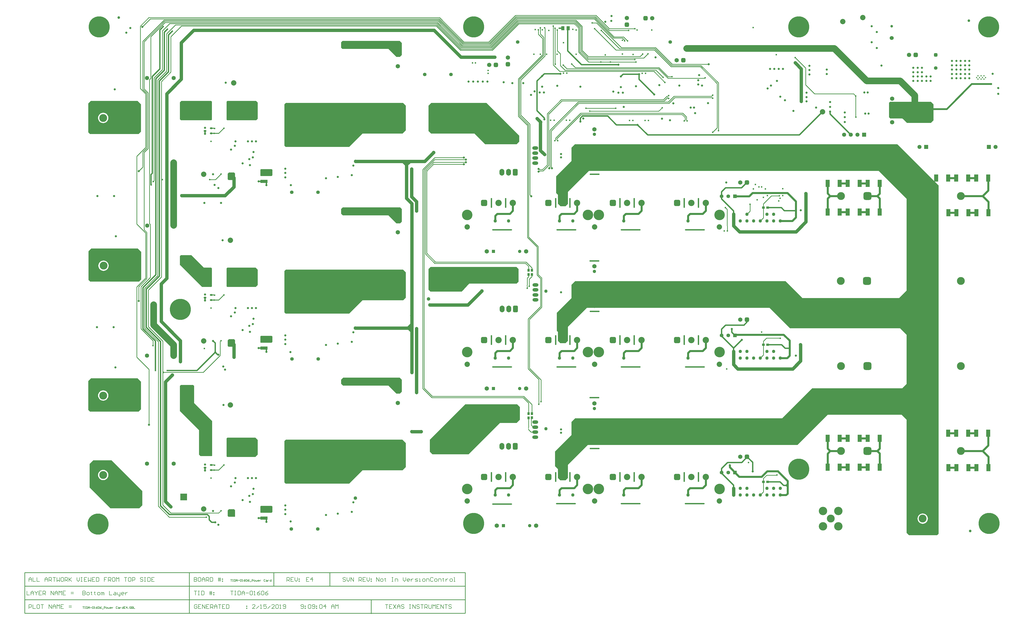
<source format=gbl>
G04*
G04 #@! TF.GenerationSoftware,Altium Limited,Altium Designer,18.1.9 (240)*
G04*
G04 Layer_Physical_Order=4*
G04 Layer_Color=16711680*
%FSAX25Y25*%
%MOIN*%
G70*
G01*
G75*
%ADD17C,0.01200*%
%ADD18C,0.02500*%
%ADD20C,0.01000*%
%ADD24C,0.00600*%
%ADD26C,0.02000*%
%ADD27C,0.00800*%
%ADD28C,0.01500*%
G04:AMPARAMS|DCode=49|XSize=23.62mil|YSize=39.37mil|CornerRadius=5.91mil|HoleSize=0mil|Usage=FLASHONLY|Rotation=270.000|XOffset=0mil|YOffset=0mil|HoleType=Round|Shape=RoundedRectangle|*
%AMROUNDEDRECTD49*
21,1,0.02362,0.02756,0,0,270.0*
21,1,0.01181,0.03937,0,0,270.0*
1,1,0.01181,-0.01378,-0.00591*
1,1,0.01181,-0.01378,0.00591*
1,1,0.01181,0.01378,0.00591*
1,1,0.01181,0.01378,-0.00591*
%
%ADD49ROUNDEDRECTD49*%
%ADD57C,0.03937*%
%ADD73R,0.05000X0.06300*%
%ADD74R,0.03740X0.03937*%
%ADD76R,0.03937X0.03740*%
%ADD80R,0.10630X0.05118*%
%ADD134C,0.06496*%
%ADD138C,0.06693*%
%ADD153C,0.05512*%
%ADD169R,0.01000X0.01000*%
%ADD173C,0.03000*%
%ADD175C,0.05000*%
%ADD178C,0.12598*%
%ADD179C,0.11811*%
G04:AMPARAMS|DCode=180|XSize=64.96mil|YSize=64.96mil|CornerRadius=16.24mil|HoleSize=0mil|Usage=FLASHONLY|Rotation=180.000|XOffset=0mil|YOffset=0mil|HoleType=Round|Shape=RoundedRectangle|*
%AMROUNDEDRECTD180*
21,1,0.06496,0.03248,0,0,180.0*
21,1,0.03248,0.06496,0,0,180.0*
1,1,0.03248,-0.01624,0.01624*
1,1,0.03248,0.01624,0.01624*
1,1,0.03248,0.01624,-0.01624*
1,1,0.03248,-0.01624,-0.01624*
%
%ADD180ROUNDEDRECTD180*%
G04:AMPARAMS|DCode=181|XSize=53.15mil|YSize=53.15mil|CornerRadius=13.29mil|HoleSize=0mil|Usage=FLASHONLY|Rotation=270.000|XOffset=0mil|YOffset=0mil|HoleType=Round|Shape=RoundedRectangle|*
%AMROUNDEDRECTD181*
21,1,0.05315,0.02657,0,0,270.0*
21,1,0.02657,0.05315,0,0,270.0*
1,1,0.02657,-0.01329,-0.01329*
1,1,0.02657,-0.01329,0.01329*
1,1,0.02657,0.01329,0.01329*
1,1,0.02657,0.01329,-0.01329*
%
%ADD181ROUNDEDRECTD181*%
%ADD182C,0.05315*%
%ADD183C,0.09500*%
G04:AMPARAMS|DCode=184|XSize=95mil|YSize=95mil|CornerRadius=23.75mil|HoleSize=0mil|Usage=FLASHONLY|Rotation=0.000|XOffset=0mil|YOffset=0mil|HoleType=Round|Shape=RoundedRectangle|*
%AMROUNDEDRECTD184*
21,1,0.09500,0.04750,0,0,0.0*
21,1,0.04750,0.09500,0,0,0.0*
1,1,0.04750,0.02375,-0.02375*
1,1,0.04750,-0.02375,-0.02375*
1,1,0.04750,-0.02375,0.02375*
1,1,0.04750,0.02375,0.02375*
%
%ADD184ROUNDEDRECTD184*%
%ADD185C,0.06102*%
%ADD186R,0.06102X0.06102*%
%ADD187R,0.09843X0.09843*%
%ADD188C,0.10236*%
%ADD189C,0.06299*%
G04:AMPARAMS|DCode=190|XSize=118.11mil|YSize=118.11mil|CornerRadius=29.53mil|HoleSize=0mil|Usage=FLASHONLY|Rotation=180.000|XOffset=0mil|YOffset=0mil|HoleType=Round|Shape=RoundedRectangle|*
%AMROUNDEDRECTD190*
21,1,0.11811,0.05906,0,0,180.0*
21,1,0.05906,0.11811,0,0,180.0*
1,1,0.05906,-0.02953,0.02953*
1,1,0.05906,0.02953,0.02953*
1,1,0.05906,0.02953,-0.02953*
1,1,0.05906,-0.02953,-0.02953*
%
%ADD190ROUNDEDRECTD190*%
G04:AMPARAMS|DCode=191|XSize=55.12mil|YSize=55.12mil|CornerRadius=1.93mil|HoleSize=0mil|Usage=FLASHONLY|Rotation=90.000|XOffset=0mil|YOffset=0mil|HoleType=Round|Shape=RoundedRectangle|*
%AMROUNDEDRECTD191*
21,1,0.05512,0.05126,0,0,90.0*
21,1,0.05126,0.05512,0,0,90.0*
1,1,0.00386,0.02563,0.02563*
1,1,0.00386,0.02563,-0.02563*
1,1,0.00386,-0.02563,-0.02563*
1,1,0.00386,-0.02563,0.02563*
%
%ADD191ROUNDEDRECTD191*%
%ADD192C,0.08000*%
%ADD193C,0.15748*%
%ADD194C,0.06000*%
%ADD195C,0.00100*%
%ADD196C,0.05307*%
G04:AMPARAMS|DCode=197|XSize=100mil|YSize=74.8mil|CornerRadius=18.7mil|HoleSize=0mil|Usage=FLASHONLY|Rotation=270.000|XOffset=0mil|YOffset=0mil|HoleType=Round|Shape=RoundedRectangle|*
%AMROUNDEDRECTD197*
21,1,0.10000,0.03740,0,0,270.0*
21,1,0.06260,0.07480,0,0,270.0*
1,1,0.03740,-0.01870,-0.03130*
1,1,0.03740,-0.01870,0.03130*
1,1,0.03740,0.01870,0.03130*
1,1,0.03740,0.01870,-0.03130*
%
%ADD197ROUNDEDRECTD197*%
%ADD198O,0.07480X0.10000*%
%ADD199O,0.09055X0.05118*%
%ADD200R,0.06693X0.06693*%
%ADD201C,0.05118*%
%ADD202R,0.05118X0.05118*%
%ADD203O,0.29528X0.10630*%
%ADD204O,0.32480X0.09449*%
G04:AMPARAMS|DCode=205|XSize=64.96mil|YSize=64.96mil|CornerRadius=16.24mil|HoleSize=0mil|Usage=FLASHONLY|Rotation=90.000|XOffset=0mil|YOffset=0mil|HoleType=Round|Shape=RoundedRectangle|*
%AMROUNDEDRECTD205*
21,1,0.06496,0.03248,0,0,90.0*
21,1,0.03248,0.06496,0,0,90.0*
1,1,0.03248,0.01624,0.01624*
1,1,0.03248,0.01624,-0.01624*
1,1,0.03248,-0.01624,-0.01624*
1,1,0.03248,-0.01624,0.01624*
%
%ADD205ROUNDEDRECTD205*%
%ADD206R,0.05118X0.05118*%
%ADD207C,0.31496*%
%ADD208O,0.30000X0.02000*%
%ADD209O,0.02000X0.15000*%
%ADD210O,0.15000X0.02000*%
%ADD211C,0.01968*%
%ADD212C,0.05200*%
%ADD213C,0.02400*%
%ADD214C,0.03200*%
%ADD215C,0.05000*%
%ADD217C,0.10000*%
%ADD218R,0.06299X0.10630*%
G36*
X0602255Y0898400D02*
X0605255Y0895400D01*
X0605255Y0886400D01*
X0605255Y0877400D01*
X0602255Y0874400D01*
X0597255Y0874400D01*
X0585255Y0886400D01*
X0516255Y0886400D01*
X0514255Y0888400D01*
X0514255Y0896400D01*
X0516255Y0898400D01*
X0602255Y0898400D01*
D02*
G37*
G36*
X0386955Y0808400D02*
X0389255Y0806100D01*
X0389255Y0781600D01*
X0387055Y0779400D01*
X0343645Y0779400D01*
X0342645Y0780400D01*
Y0807400D01*
X0343645Y0808400D01*
X0386955Y0808400D01*
D02*
G37*
G36*
X0320755Y0807400D02*
Y0780400D01*
X0319755Y0779400D01*
X0274255Y0779400D01*
X0272755Y0780900D01*
X0272755Y0806400D01*
X0274755Y0808400D01*
X0319755Y0808400D01*
X0320755Y0807400D01*
D02*
G37*
G36*
X1398455Y0807200D02*
X1402155Y0803500D01*
Y0779300D01*
X1398252Y0775397D01*
X1362458D01*
X1356255Y0781600D01*
X1355605Y0782250D01*
X1337679Y0782250D01*
X1335755Y0784174D01*
X1335755Y0805800D01*
X1337155Y0807200D01*
X1398455Y0807200D01*
D02*
G37*
G36*
X0214255Y0803500D02*
X0214255Y0762400D01*
X0210755Y0758900D01*
X0137755D01*
X0135255Y0761400D01*
X0135255Y0804700D01*
X0139155Y0808600D01*
X0209155Y0808600D01*
X0214255Y0803500D01*
D02*
G37*
G36*
X0776255Y0761400D02*
X0781255Y0756400D01*
Y0747400D01*
X0777255Y0743400D01*
X0730255Y0743400D01*
X0714255Y0759400D01*
X0649255Y0759400D01*
X0645255Y0763400D01*
Y0801400D01*
X0649255Y0805400D01*
X0732255D01*
X0776255Y0761400D01*
D02*
G37*
G36*
X0611255Y0801400D02*
X0611255Y0764400D01*
X0606255Y0759400D01*
X0546255Y0759400D01*
X0526255Y0739400D01*
X0431255Y0739400D01*
X0429255Y0741400D01*
X0429255Y0803400D01*
X0431255Y0805400D01*
X0607255Y0805400D01*
X0611255Y0801400D01*
D02*
G37*
G36*
X0410855Y0705600D02*
X0411155Y0705300D01*
Y0702500D01*
Y0697000D01*
X0409855Y0695700D01*
X0394055D01*
X0393155Y0696600D01*
Y0705400D01*
X0393955Y0706200D01*
X0410255D01*
X0410855Y0705600D01*
D02*
G37*
G36*
X0355155Y0699800D02*
Y0690000D01*
X0354955Y0689800D01*
X0345655D01*
X0344355Y0691100D01*
Y0699300D01*
X0346055Y0701000D01*
X0353955D01*
X0355155Y0699800D01*
D02*
G37*
G36*
X0602755Y0648900D02*
X0605255Y0646400D01*
X0605255Y0636900D01*
X0605255Y0627400D01*
X0602755Y0624900D01*
X0597255Y0624900D01*
X0585255Y0636900D01*
X0516755Y0636900D01*
X0514255Y0639400D01*
X0514255Y0646400D01*
X0516755Y0648900D01*
X0602755Y0648900D01*
D02*
G37*
G36*
X0214755Y0581900D02*
X0214755Y0540800D01*
X0211255Y0537300D01*
X0138255D01*
X0135755Y0539800D01*
X0135755Y0583100D01*
X0139655Y0587000D01*
X0209655Y0587000D01*
X0214755Y0581900D01*
D02*
G37*
G36*
X0793755Y0530800D02*
X0792755D01*
Y0532000D01*
X0793755D01*
Y0530800D01*
D02*
G37*
G36*
X0386317Y0558400D02*
X0389155Y0555562D01*
X0389155Y0532200D01*
X0386355Y0529400D01*
X0343645Y0529400D01*
X0342645Y0530400D01*
Y0557400D01*
X0343645Y0558400D01*
X0386317Y0558400D01*
D02*
G37*
G36*
X0289655Y0577200D02*
X0308455Y0558400D01*
X0319755Y0558400D01*
X0320755Y0557400D01*
Y0530400D01*
X0319755Y0529400D01*
X0305855D01*
X0272755Y0562500D01*
X0272755Y0575900D01*
X0274055Y0577200D01*
X0289655Y0577200D01*
D02*
G37*
G36*
X0780255Y0556400D02*
Y0537400D01*
X0777255Y0534400D01*
X0706255Y0534400D01*
X0695255Y0522400D01*
X0648255Y0522400D01*
X0645255Y0525400D01*
X0645255Y0556400D01*
X0648255Y0559400D01*
X0777255Y0559400D01*
X0780255Y0556400D01*
D02*
G37*
G36*
X1348055Y0743600D02*
X1409955Y0681700D01*
X1409955Y0666400D01*
X1409955Y0159400D01*
X1407555Y0157000D01*
X1365655Y0157000D01*
X1361940Y0160715D01*
X1361940Y0330515D01*
X1354655Y0337800D01*
X1243655Y0337800D01*
X1198155Y0292300D01*
X0883955Y0292300D01*
X0854255Y0262600D01*
X0854255Y0242900D01*
X0850755Y0239400D01*
X0843055D01*
X0839255Y0243200D01*
Y0256600D01*
X0834955Y0260900D01*
Y0282600D01*
X0859755Y0307400D01*
Y0327200D01*
X0864955Y0332400D01*
X1175255Y0332400D01*
X1220355Y0377500D01*
X1355355Y0377500D01*
X1361940Y0384085D01*
X1361940Y0457715D01*
X1352055Y0467600D01*
X1187155Y0467600D01*
X1156755Y0498000D01*
X0882455Y0498000D01*
X0854255Y0469800D01*
Y0448500D01*
X0850755Y0445000D01*
X0843055D01*
X0839255Y0448800D01*
Y0461900D01*
X0837455Y0463700D01*
Y0490600D01*
X0859755Y0512900D01*
Y0532800D01*
X0864955Y0538000D01*
X1180655D01*
X1205755Y0512900D01*
X1350855Y0512900D01*
X1361940Y0523985D01*
X1361940Y0661715D01*
X1320255Y0703400D01*
X0885655Y0703400D01*
X0854255Y0672000D01*
X0854255Y0654100D01*
X0850755Y0650600D01*
X0843055D01*
X0839255Y0654400D01*
X0839255Y0667700D01*
X0836555Y0670400D01*
X0836555Y0695300D01*
X0859755Y0718500D01*
X0859755Y0738400D01*
X0864955Y0743600D01*
X0900055D01*
X1348055Y0743600D01*
D02*
G37*
G36*
X0607255Y0555400D02*
X0611255Y0551400D01*
X0611255Y0513400D01*
X0607255Y0509400D01*
X0546255Y0509400D01*
X0526255Y0489400D01*
X0433255Y0489400D01*
X0431255D01*
X0429255Y0491400D01*
X0429255Y0553400D01*
X0431255Y0555400D01*
X0607255Y0555400D01*
D02*
G37*
G36*
X0410855Y0455600D02*
X0411155Y0455300D01*
Y0452500D01*
Y0447000D01*
X0409855Y0445700D01*
X0394055D01*
X0393155Y0446600D01*
Y0455400D01*
X0393955Y0456200D01*
X0410255D01*
X0410855Y0455600D01*
D02*
G37*
G36*
X0355155Y0449800D02*
Y0440000D01*
X0354955Y0439800D01*
X0345655D01*
X0344355Y0441100D01*
Y0449300D01*
X0346055Y0451000D01*
X0353955D01*
X0355155Y0449800D01*
D02*
G37*
G36*
X0602255Y0393400D02*
X0605255Y0390400D01*
X0605255Y0381400D01*
X0605255Y0372400D01*
X0602255Y0369400D01*
X0597255Y0369400D01*
X0585255Y0381400D01*
X0517255Y0381400D01*
X0514255Y0384400D01*
X0514255Y0390400D01*
X0517255Y0393400D01*
X0602255Y0393400D01*
D02*
G37*
G36*
X0214255Y0387200D02*
X0214255Y0346100D01*
X0210755Y0342600D01*
X0137755D01*
X0135255Y0345100D01*
X0135255Y0388400D01*
X0139155Y0392300D01*
X0209155Y0392300D01*
X0214255Y0387200D01*
D02*
G37*
G36*
X0778255Y0353400D02*
X0782255Y0349400D01*
X0782255Y0330400D01*
X0777255Y0325400D01*
X0752255Y0325400D01*
X0705255Y0278400D01*
X0651255Y0278400D01*
X0647255Y0282400D01*
X0647255Y0300400D01*
X0700255Y0353400D01*
X0778255Y0353400D01*
D02*
G37*
G36*
X0795755Y0317276D02*
X0794755D01*
Y0318476D01*
X0795755D01*
Y0317276D01*
D02*
G37*
G36*
X0294055Y0381200D02*
Y0355400D01*
X0321055Y0328400D01*
X0321055Y0276400D01*
X0320555Y0275900D01*
X0303455D01*
X0301155Y0278200D01*
Y0314900D01*
X0272455Y0343600D01*
X0272455Y0381100D01*
X0273955Y0382600D01*
X0292655D01*
X0294055Y0381200D01*
D02*
G37*
G36*
X0385855Y0303400D02*
X0389355Y0299900D01*
X0389355Y0278100D01*
X0385655Y0274400D01*
X0343645Y0274400D01*
X0342645Y0275400D01*
Y0302400D01*
X0343645Y0303400D01*
X0385855Y0303400D01*
D02*
G37*
G36*
X0606255Y0300400D02*
X0611255Y0295400D01*
X0611255Y0259400D01*
X0606255Y0254400D01*
X0546255Y0254400D01*
X0526255Y0234400D01*
X0433255Y0234400D01*
X0431255D01*
X0429255Y0236400D01*
X0429255Y0298400D01*
X0431255Y0300400D01*
X0606255Y0300400D01*
D02*
G37*
G36*
X0183255Y0256400D02*
X0216255Y0223400D01*
X0216255Y0201900D01*
X0211755Y0197400D01*
X0168755Y0197400D01*
X0137255Y0228900D01*
Y0264200D01*
X0142455Y0269400D01*
X0170255D01*
X0183255Y0256400D01*
D02*
G37*
G36*
X0410855Y0200600D02*
X0411155Y0200300D01*
Y0197500D01*
Y0192000D01*
X0409855Y0190700D01*
X0394055D01*
X0393155Y0191600D01*
Y0200400D01*
X0393955Y0201200D01*
X0410255D01*
X0410855Y0200600D01*
D02*
G37*
G36*
X0355155Y0194800D02*
Y0185000D01*
X0354955Y0184800D01*
X0345655D01*
X0344355Y0186100D01*
Y0194300D01*
X0346055Y0196000D01*
X0353955D01*
X0355155Y0194800D01*
D02*
G37*
%LPC*%
G36*
X0157656Y0790634D02*
X0156147Y0790485D01*
X0154696Y0790045D01*
X0153359Y0789330D01*
X0152187Y0788369D01*
X0151226Y0787197D01*
X0150511Y0785860D01*
X0150071Y0784409D01*
X0149922Y0782900D01*
X0150071Y0781392D01*
X0150511Y0779941D01*
X0151226Y0778604D01*
X0152187Y0777432D01*
X0153359Y0776470D01*
X0154696Y0775756D01*
X0156147Y0775316D01*
X0157656Y0775167D01*
X0159164Y0775316D01*
X0160615Y0775756D01*
X0161952Y0776470D01*
X0163124Y0777432D01*
X0164086Y0778604D01*
X0164800Y0779941D01*
X0165240Y0781392D01*
X0165389Y0782900D01*
X0165240Y0784409D01*
X0164800Y0785860D01*
X0164086Y0787197D01*
X0163124Y0788369D01*
X0161952Y0789330D01*
X0160615Y0790045D01*
X0159164Y0790485D01*
X0157656Y0790634D01*
D02*
G37*
G36*
X0158155Y0569034D02*
X0156647Y0568886D01*
X0155196Y0568445D01*
X0153859Y0567731D01*
X0152687Y0566769D01*
X0151725Y0565597D01*
X0151011Y0564260D01*
X0150570Y0562810D01*
X0150422Y0561301D01*
X0150570Y0559792D01*
X0151011Y0558341D01*
X0151725Y0557004D01*
X0152687Y0555832D01*
X0153859Y0554871D01*
X0155196Y0554156D01*
X0156647Y0553716D01*
X0158155Y0553568D01*
X0159664Y0553716D01*
X0161115Y0554156D01*
X0162452Y0554871D01*
X0163623Y0555832D01*
X0164585Y0557004D01*
X0165300Y0558341D01*
X0165740Y0559792D01*
X0165889Y0561301D01*
X0165740Y0562810D01*
X0165300Y0564260D01*
X0164585Y0565597D01*
X0163623Y0566769D01*
X0162452Y0567731D01*
X0161115Y0568445D01*
X0159664Y0568886D01*
X0158155Y0569034D01*
D02*
G37*
G36*
X1386110Y0189689D02*
X1384601Y0189540D01*
X1383151Y0189100D01*
X1381814Y0188385D01*
X1380642Y0187424D01*
X1379680Y0186252D01*
X1378966Y0184915D01*
X1378526Y0183464D01*
X1378377Y0181955D01*
X1378526Y0180447D01*
X1378966Y0178996D01*
X1379680Y0177659D01*
X1380642Y0176487D01*
X1381814Y0175525D01*
X1383151Y0174811D01*
X1384601Y0174371D01*
X1386110Y0174222D01*
X1387619Y0174371D01*
X1389070Y0174811D01*
X1390407Y0175525D01*
X1391578Y0176487D01*
X1392540Y0177659D01*
X1393255Y0178996D01*
X1393695Y0180447D01*
X1393843Y0181955D01*
X1393695Y0183464D01*
X1393255Y0184915D01*
X1392540Y0186252D01*
X1391578Y0187424D01*
X1390407Y0188385D01*
X1389070Y0189100D01*
X1387619Y0189540D01*
X1386110Y0189689D01*
D02*
G37*
G36*
X0157656Y0374334D02*
X0156147Y0374185D01*
X0154696Y0373745D01*
X0153359Y0373030D01*
X0152187Y0372069D01*
X0151226Y0370897D01*
X0150511Y0369560D01*
X0150071Y0368109D01*
X0149922Y0366600D01*
X0150071Y0365092D01*
X0150511Y0363641D01*
X0151226Y0362304D01*
X0152187Y0361132D01*
X0153359Y0360170D01*
X0154696Y0359456D01*
X0156147Y0359016D01*
X0157656Y0358867D01*
X0159164Y0359016D01*
X0160615Y0359456D01*
X0161952Y0360170D01*
X0163124Y0361132D01*
X0164086Y0362304D01*
X0164800Y0363641D01*
X0165240Y0365092D01*
X0165389Y0366600D01*
X0165240Y0368109D01*
X0164800Y0369560D01*
X0164086Y0370897D01*
X0163124Y0372069D01*
X0161952Y0373030D01*
X0160615Y0373745D01*
X0159164Y0374185D01*
X0157656Y0374334D01*
D02*
G37*
G36*
X0157655Y0255134D02*
X0156147Y0254985D01*
X0154696Y0254545D01*
X0153359Y0253831D01*
X0152187Y0252869D01*
X0151225Y0251697D01*
X0150511Y0250360D01*
X0150071Y0248909D01*
X0149922Y0247401D01*
X0150071Y0245892D01*
X0150511Y0244441D01*
X0151225Y0243104D01*
X0152187Y0241933D01*
X0153359Y0240971D01*
X0154696Y0240256D01*
X0156147Y0239816D01*
X0157655Y0239668D01*
X0159164Y0239816D01*
X0160615Y0240256D01*
X0161952Y0240971D01*
X0163124Y0241933D01*
X0164085Y0243104D01*
X0164800Y0244441D01*
X0165240Y0245892D01*
X0165389Y0247401D01*
X0165240Y0248909D01*
X0164800Y0250360D01*
X0164085Y0251697D01*
X0163124Y0252869D01*
X0161952Y0253831D01*
X0160615Y0254545D01*
X0159164Y0254985D01*
X0157655Y0255134D01*
D02*
G37*
%LPD*%
G54D17*
X0331104Y0509860D02*
X0338695Y0517451D01*
X0319780Y0262340D02*
X0324615D01*
X0324705Y0262250D01*
X0331104Y0254860D02*
X0338695Y0262451D01*
X0324615Y0517340D02*
X0324705Y0517250D01*
X0319780Y0517340D02*
X0324615D01*
X0331104Y0759860D02*
X0338695Y0767451D01*
X0324615Y0767340D02*
X0324705Y0767250D01*
X0319780Y0767340D02*
X0324615D01*
X0319780Y0254860D02*
X0331104D01*
X0319780Y0509860D02*
X0331104D01*
X0319780Y0759860D02*
X0331104D01*
G54D18*
X1422123Y0796268D02*
X1459755Y0833900D01*
X1395962Y0796268D02*
X1422123D01*
X1459755Y0833900D02*
X1488555D01*
G54D20*
X1004307Y0844900D02*
X1010325D01*
X0990619Y0858587D02*
X1004307Y0844900D01*
X0990368Y0858587D02*
X0990619D01*
X0990355Y0858600D02*
X0990368Y0858587D01*
X1004266Y0842413D02*
X1059168D01*
X0989879Y0856800D02*
X1004266Y0842413D01*
X0852455Y0856800D02*
X0989879D01*
X0795255Y0318876D02*
Y0333250D01*
Y0315400D02*
Y0316876D01*
X0207917Y0725278D02*
X0221255Y0738616D01*
X0207917Y0623738D02*
Y0725278D01*
X0221255Y0738616D02*
Y0818968D01*
X0217031Y0709176D02*
Y0731864D01*
X0223042Y0737876D01*
X0218818Y0615365D02*
Y0731124D01*
X0224830Y0737135D01*
X0799005Y0311650D02*
X0805255D01*
X1285785Y0784000D02*
Y0815822D01*
X0936091Y0902613D02*
X0939355Y0899349D01*
Y0898600D02*
Y0899349D01*
X0922570Y0902613D02*
X0936091D01*
X0654727Y0723400D02*
X0698255D01*
X0636669Y0705342D02*
X0654727Y0723400D01*
X0638669Y0704814D02*
X0654255Y0720400D01*
X0701255D01*
X0652611Y0713400D02*
X0698255D01*
X0642457Y0703245D02*
X0652611Y0713400D01*
X0653084Y0716400D02*
X0701255D01*
X0640457Y0703773D02*
X0653084Y0716400D01*
X1004099Y0813300D02*
X1005299Y0812100D01*
X1003484Y0813300D02*
X1004099D01*
X0998584Y0808400D02*
X1003484Y0813300D01*
X0845255Y0808400D02*
X0998584D01*
X0825255Y0788400D02*
X0845255Y0808400D01*
X0825255Y0711756D02*
Y0788400D01*
X0816899Y0703400D02*
X0825255Y0711756D01*
X0811249Y0703400D02*
X0816899D01*
X0810255Y0702406D02*
X0811249Y0703400D01*
X0800249Y0555215D02*
Y0558235D01*
X0791583Y0566900D02*
X0800249Y0558235D01*
Y0554550D02*
Y0555215D01*
X0642457Y0580027D02*
X0655583Y0566900D01*
X0642457Y0580027D02*
Y0703245D01*
X0655583Y0566900D02*
X0791583D01*
X1004099Y0815300D02*
X1005299Y0816500D01*
X1002655Y0815300D02*
X1004099D01*
X0844427Y0810400D02*
X0997755D01*
X1002655Y0815300D01*
X0823255Y0789228D02*
X0844427Y0810400D01*
X0823255Y0712585D02*
Y0789228D01*
X0810255Y0706394D02*
X0811249Y0705400D01*
X0816070D01*
X0823255Y0712585D01*
X0790755Y0564900D02*
X0795255Y0560400D01*
X0640457Y0579198D02*
Y0703773D01*
Y0579198D02*
X0654755Y0564900D01*
X0795255Y0554550D02*
Y0560400D01*
X0654755Y0564900D02*
X0790755D01*
X0800255Y0353228D02*
X0800353Y0339550D01*
X0638669Y0377814D02*
X0651084Y0365400D01*
X0638669Y0377814D02*
Y0704814D01*
X0788084Y0365400D02*
X0800255Y0353228D01*
X0651084Y0365400D02*
X0788084D01*
X1070552Y0813400D02*
X1071352Y0812600D01*
X1014255Y0813400D02*
X1070552D01*
X1005468Y0804613D02*
X1014255Y0813400D01*
X0870296Y0804613D02*
X1005468D01*
X0829255Y0763572D02*
X0870296Y0804613D01*
X0829255Y0708394D02*
Y0763572D01*
Y0708394D02*
X0830249Y0707400D01*
X0795255Y0339550D02*
Y0355400D01*
X0636669Y0376986D02*
Y0705342D01*
Y0376986D02*
X0650255Y0363400D01*
X0787255D02*
X0795255Y0355400D01*
X0650255Y0363400D02*
X0787255D01*
X1069752Y0815400D02*
X1071352Y0817000D01*
X1013427Y0815400D02*
X1069752D01*
X1004639Y0806613D02*
X1013427Y0815400D01*
X0869468Y0806613D02*
X1004639D01*
X0827255Y0764400D02*
X0869468Y0806613D01*
X0827255Y0708394D02*
Y0764400D01*
X0826261Y0707400D02*
X0827255Y0708394D01*
X0246855Y0202400D02*
X0258983Y0190272D01*
X0893896Y0931287D02*
X0922570Y0902613D01*
X0937555Y0904400D02*
X0943655Y0898300D01*
X0923311Y0904400D02*
X0937555D01*
X0894636Y0933075D02*
X0923311Y0904400D01*
X0895376Y0934862D02*
X0916258Y0913980D01*
X0777047Y0933075D02*
X0894636D01*
X0777787Y0931287D02*
X0893896D01*
X0916258Y0913980D02*
X0945235D01*
X0934255Y0888400D02*
X0985495D01*
X0897155Y0925500D02*
X0934255Y0888400D01*
X0890555Y0925500D02*
X0897155D01*
X0916185Y0916700D02*
X0954555D01*
X0896236Y0936650D02*
X0916185Y0916700D01*
X0775505Y0936650D02*
X0896236D01*
X0776245Y0934862D02*
X0895376D01*
X0884542Y0875113D02*
X0962468D01*
X0875617Y0884038D02*
X0884542Y0875113D01*
X0875617Y0884038D02*
Y0920172D01*
X0244855Y0689400D02*
Y0691703D01*
X0866289Y0929500D02*
X0875617Y0920172D01*
X0865549Y0927713D02*
X0873830Y0919431D01*
Y0883281D02*
Y0919431D01*
X0864808Y0925925D02*
X0872042Y0918691D01*
X0864068Y0924138D02*
X0870255Y0917951D01*
Y0881800D02*
Y0917951D01*
X0872042Y0882540D02*
Y0918691D01*
X0780749Y0924138D02*
X0864068D01*
X0780008Y0925925D02*
X0864808D01*
X0779268Y0927713D02*
X0865549D01*
X0778527Y0929500D02*
X0866289D01*
X0873830Y0883281D02*
X0884311Y0872800D01*
X0872042Y0882540D02*
X0884283Y0870300D01*
X0870255Y0881800D02*
X0885201Y0866854D01*
X0884283Y0870300D02*
X0954555D01*
X0884311Y0872800D02*
X0968081D01*
X0885201Y0866854D02*
X0903609D01*
X0741011Y0884400D02*
X0780749Y0924138D01*
X1079855Y0763700D02*
Y0835340D01*
X1053683Y0861513D02*
X1079855Y0835340D01*
X1009855Y0861513D02*
X1053683D01*
X1078068Y0768238D02*
Y0834600D01*
X1052943Y0859725D02*
X1078068Y0834600D01*
X1009114Y0859725D02*
X1052943D01*
X0984755Y0886613D02*
X1009855Y0861513D01*
X1010595Y0863300D02*
X1065255D01*
X0985495Y0888400D02*
X1010595Y0863300D01*
X0984014Y0884825D02*
X1009114Y0859725D01*
X0926430Y0884825D02*
X0984014D01*
X0931680Y0886613D02*
X0984755D01*
X0904293Y0914000D02*
X0931680Y0886613D01*
X0894355Y0916900D02*
X0926430Y0884825D01*
X0698439Y0896912D02*
X0735767D01*
X0662050Y0933300D02*
X0698439Y0896912D01*
X0226072Y0933300D02*
X0662050D01*
X0697698Y0895124D02*
X0736507D01*
X0661310Y0931513D02*
X0697698Y0895124D01*
X0696958Y0893337D02*
X0737309D01*
X0660570Y0929725D02*
X0696958Y0893337D01*
X0248907Y0929725D02*
X0660570D01*
X0696218Y0891550D02*
X0738049D01*
X0659829Y0927938D02*
X0696218Y0891550D01*
X0249647Y0927938D02*
X0659829D01*
X0695477Y0889762D02*
X0738790D01*
X0659089Y0926150D02*
X0695477Y0889762D01*
X0250388Y0926150D02*
X0659089D01*
X0694737Y0887975D02*
X0739530D01*
X0658349Y0924363D02*
X0694737Y0887975D01*
X0257218Y0924363D02*
X0658349D01*
X0693996Y0886187D02*
X0740270D01*
X0657608Y0922576D02*
X0693996Y0886187D01*
X0265931Y0922576D02*
X0657608D01*
X0693256Y0884400D02*
X0741011D01*
X0656868Y0920788D02*
X0693256Y0884400D01*
X0275043Y0920788D02*
X0656868D01*
X0259055Y0904800D02*
X0275043Y0920788D01*
X0252455Y0909100D02*
X0265931Y0922576D01*
X0246155Y0913300D02*
X0257218Y0924363D01*
X0228968Y0904730D02*
X0250388Y0926150D01*
X0218818Y0897108D02*
X0249647Y0927938D01*
X0217031Y0897849D02*
X0248907Y0929725D01*
X0228368Y0931513D02*
X0661310D01*
X0216155Y0919300D02*
X0228368Y0931513D01*
X0213268Y0920496D02*
X0226072Y0933300D01*
X0735767Y0896912D02*
X0775505Y0936650D01*
X0736507Y0895124D02*
X0776245Y0934862D01*
X0737309Y0893337D02*
X0777047Y0933075D01*
X0738049Y0891550D02*
X0777787Y0931287D01*
X0738790Y0889762D02*
X0778527Y0929500D01*
X0739530Y0887975D02*
X0779268Y0927713D01*
X0740270Y0886187D02*
X0780008Y0925925D01*
X0783515Y0787015D02*
X0797231Y0773299D01*
X0783515Y0787015D02*
Y0839660D01*
X0797231Y0667424D02*
Y0773299D01*
X0795443Y0604517D02*
Y0772558D01*
X0781727Y0786274D02*
X0795443Y0772558D01*
X0793656Y0603777D02*
Y0771818D01*
X0779940Y0785534D02*
X0793656Y0771818D01*
X0783515Y0839660D02*
X0819817Y0875961D01*
X0781727Y0786274D02*
Y0840683D01*
X0818029Y0876985D01*
X0779940Y0841423D02*
X0816242Y0877725D01*
X0779940Y0785534D02*
Y0841423D01*
X0837655Y0750000D02*
X0838855Y0748800D01*
X0834455D02*
X0835655Y0750000D01*
X0874084Y0788200D02*
X1025355D01*
X1026184Y0790200D02*
X1031855Y0784528D01*
X0873255Y0790200D02*
X1026184D01*
X0835655Y0752600D02*
X0873255Y0790200D01*
X0835655Y0750000D02*
Y0752600D01*
X1093255Y0613400D02*
Y0620868D01*
X1092989Y0621134D02*
X1093255Y0620868D01*
X0796493Y0480713D02*
X0815042Y0499262D01*
X0796493Y0407579D02*
Y0480713D01*
X0813255Y0500003D02*
Y0542200D01*
X0794706Y0481453D02*
X0813255Y0500003D01*
X0794706Y0406839D02*
Y0481453D01*
X0809743Y0548240D02*
Y0590218D01*
Y0548240D02*
X0815042Y0542940D01*
Y0499262D02*
Y0542940D01*
X0807955Y0547500D02*
X0813255Y0542200D01*
X0796255Y0530400D02*
Y0541162D01*
X0802505Y0319150D02*
X0805255D01*
X0799410Y0322245D02*
X0802505Y0319150D01*
X0799410Y0322245D02*
Y0333302D01*
X0800255D02*
X0800353Y0333400D01*
X0799410Y0333302D02*
X0800255D01*
X0795255Y0315400D02*
X0799005Y0311650D01*
X0805255D02*
Y0312141D01*
X0795255Y0544847D02*
Y0548250D01*
X0793255Y0542847D02*
X0795255Y0544847D01*
X0793255Y0532400D02*
Y0542847D01*
X0800249Y0545155D02*
Y0548250D01*
X0796255Y0541162D02*
X0800249Y0545155D01*
X0837655Y0751772D02*
X0874084Y0788200D01*
X0837655Y0750000D02*
Y0751772D01*
X0214255Y0466665D02*
X0232255Y0448665D01*
Y0441599D02*
Y0448665D01*
X0214255Y0466665D02*
Y0529837D01*
X0226305Y0322750D02*
Y0405724D01*
X0207917Y0424112D02*
X0226305Y0405724D01*
X0207917Y0424112D02*
Y0529462D01*
X0244855Y0544437D02*
Y0689400D01*
X0225255Y0524837D02*
X0244855Y0544437D01*
X0225255Y0469637D02*
Y0524837D01*
X0246855Y0402700D02*
Y0448037D01*
X0225255Y0469637D02*
X0246855Y0448037D01*
X0244855Y0691703D02*
Y0837600D01*
X0246855Y0401400D02*
Y0402700D01*
Y0400100D02*
Y0401400D01*
Y0202400D02*
Y0400100D01*
X0240155Y0200700D02*
Y0447419D01*
X0219755Y0467819D02*
X0240155Y0447419D01*
X0219755Y0467819D02*
Y0527035D01*
X0239155Y0546435D01*
Y0839900D01*
X0228192Y0543774D02*
Y0623138D01*
X0214255Y0529837D02*
X0228192Y0543774D01*
X0246158Y0690400D02*
X0246255D01*
X0246007Y0690551D02*
X0246158Y0690400D01*
X0244855Y0691703D02*
X0246007Y0690551D01*
X0244855Y0689400D02*
X0246007Y0690551D01*
X0325869Y0690524D02*
X0334200Y0698855D01*
X0317425Y0690524D02*
X0325869D01*
X0333043Y0447698D02*
X0334200Y0448855D01*
X0330617Y0190272D02*
X0334200Y0193855D01*
X0258983Y0190272D02*
X0330617D01*
X0256743Y0184112D02*
X0312255D01*
X0240155Y0200700D02*
X0256743Y0184112D01*
X0334200Y0698828D02*
Y0698855D01*
X0307739Y0401400D02*
X0333043Y0426704D01*
X0248155Y0401400D02*
X0307739D01*
X0333043Y0426704D02*
Y0447698D01*
X0886955Y0793100D02*
X0990355D01*
X0793255Y0527400D02*
Y0530400D01*
X0968081Y0872800D02*
X0974395Y0879114D01*
X0966255Y0878900D02*
Y0878900D01*
X0962468Y0875113D02*
X0966255Y0878900D01*
X0226968Y0624362D02*
Y0840338D01*
X0228968Y0842338D02*
Y0904730D01*
X0226968Y0840338D02*
X0228968Y0842338D01*
X0226968Y0624362D02*
X0228192Y0623138D01*
X0218818Y0826460D02*
Y0897108D01*
Y0826460D02*
X0224830Y0820449D01*
Y0737135D02*
Y0820449D01*
X0217031Y0825720D02*
Y0897849D01*
Y0825720D02*
X0223042Y0819708D01*
Y0737876D02*
Y0819708D01*
X0213268Y0826955D02*
X0221255Y0818968D01*
X0218818Y0615365D02*
X0223042Y0611140D01*
Y0542060D02*
Y0611140D01*
X0221255Y0542800D02*
Y0610400D01*
X0207917Y0623738D02*
X0221255Y0610400D01*
X0210805Y0529822D02*
X0223042Y0542060D01*
X0207917Y0529462D02*
X0221255Y0542800D01*
X0807955Y0547500D02*
Y0589478D01*
X0793656Y0603777D02*
X0807955Y0589478D01*
X0797231Y0667424D02*
X0799255Y0665400D01*
X0795443Y0604517D02*
X0809743Y0590218D01*
X0810655Y0353700D02*
Y0390889D01*
X0794706Y0406839D02*
X0810655Y0390889D01*
X0813955Y0357400D02*
Y0390117D01*
X0796493Y0407579D02*
X0813955Y0390117D01*
X1090255Y0648400D02*
X1092989Y0645666D01*
Y0621134D02*
Y0645666D01*
X1127255Y0643213D02*
Y0653400D01*
X1122548Y0638506D02*
X1127255Y0643213D01*
X1159255Y0666000D02*
X1171255D01*
X1147235Y0653980D02*
X1159255Y0666000D01*
X1147235Y0633192D02*
Y0653980D01*
X0865255Y0858600D02*
X0990355D01*
X0850055Y0854600D02*
X0986155D01*
X0996835Y0843920D01*
X0983143Y0852813D02*
X0999755Y0836200D01*
X0841943Y0852813D02*
X0983143D01*
X1059168Y0842413D02*
X1059855Y0843100D01*
X0917972Y0866854D02*
X0956418D01*
X0259055Y0851800D02*
Y0904800D01*
X0233955Y0688800D02*
Y0843200D01*
X0246155Y0855400D01*
Y0913300D01*
X0252455Y0853200D02*
Y0909100D01*
X0239155Y0839900D02*
X0252455Y0853200D01*
X0244855Y0837600D02*
X0259055Y0851800D01*
X0246855Y0401400D02*
X0248155D01*
X0232755Y0687600D02*
X0233955Y0688800D01*
X0246855Y0400100D02*
X0248155Y0401400D01*
X0246855Y0402700D02*
X0248155Y0401400D01*
X1223955Y0819100D02*
X1282506D01*
X1285785Y0815822D01*
X1210755Y0832300D02*
X1223955Y0819100D01*
X1210755Y0832300D02*
Y0857800D01*
X1194955Y0873600D02*
X1210755Y0857800D01*
X1071230Y0761400D02*
X1078068Y0768238D01*
X1031855Y0779700D02*
X1033055Y0778500D01*
X1031855Y0779700D02*
Y0784528D01*
X1029855Y0779700D02*
Y0783700D01*
X1028655Y0778500D02*
X1029855Y0779700D01*
X1025355Y0788200D02*
X1029855Y0783700D01*
X0810655Y0353700D02*
X0810755Y0353600D01*
X0812855Y0908800D02*
X0818029Y0903626D01*
X0812855Y0908800D02*
Y0918000D01*
X0818029Y0876985D02*
Y0903626D01*
X0816242Y0877725D02*
Y0902013D01*
X0809802Y0908453D02*
X0816242Y0902013D01*
X0809802Y0908453D02*
Y0914954D01*
X0819817Y0875961D02*
Y0917338D01*
X0819154Y0918000D02*
X0819817Y0917338D01*
X0903609Y0866854D02*
X0917972D01*
X1142548Y0628506D02*
X1147235Y0633192D01*
X1142548Y0422899D02*
X1147235Y0427586D01*
Y0448180D01*
X1142548Y0217293D02*
X1147235Y0221980D01*
Y0242280D01*
X1167655Y0247187D02*
X1167755Y0247287D01*
X1147235Y0242280D02*
X1152143Y0247187D01*
X1167655D01*
X1147235Y0448180D02*
X1151849Y0452794D01*
X0990355Y0793100D02*
X0995455Y0798200D01*
X0881255Y0797300D02*
X0925955D01*
X0832255Y0862500D02*
X0841943Y0852813D01*
X0847155Y0862100D02*
X0852455Y0856800D01*
X0860055Y0863800D02*
X0865255Y0858600D01*
X0843055Y0861600D02*
X0850055Y0854600D01*
X0843055Y0861600D02*
Y0879000D01*
X0838155Y0883900D02*
Y0914800D01*
Y0883900D02*
X0843055Y0879000D01*
X0834955Y0863500D02*
X0835055Y0863400D01*
X0834955Y0863500D02*
Y0917400D01*
X0832255Y0862500D02*
Y0920800D01*
X0210805Y0508350D02*
Y0529822D01*
Y0702950D02*
X0217031Y0709176D01*
X0213268Y0826955D02*
Y0920496D01*
X1151849Y0452794D02*
X1172755D01*
X0497200Y0080717D02*
Y0101050D01*
X0413200Y0080717D02*
Y0101050D01*
X0040000Y0080717D02*
X0700200D01*
X0040000Y0060383D02*
X0700000D01*
X0040000Y0040050D02*
X0440500D01*
X0040050Y0101050D02*
X0700200D01*
X0040050Y0040050D02*
Y0101050D01*
Y0040050D02*
X0197600D01*
X0040000D02*
Y0101050D01*
X0286500Y0040050D02*
Y0101050D01*
X0700200Y0040050D02*
Y0101050D01*
X0440500Y0040050D02*
X0700200D01*
X0559400Y0039400D02*
Y0059683D01*
G54D24*
X0126900Y0049966D02*
X0128899D01*
X0127900D01*
Y0046966D01*
X0129899Y0049966D02*
X0130899D01*
X0130399D01*
Y0046966D01*
X0129899D01*
X0130899D01*
X0132398Y0049966D02*
Y0046966D01*
X0133898D01*
X0134398Y0047466D01*
Y0049466D01*
X0133898Y0049966D01*
X0132398D01*
X0135397Y0046966D02*
Y0048966D01*
X0136397Y0049966D01*
X0137397Y0048966D01*
Y0046966D01*
Y0048466D01*
X0135397D01*
X0138396D02*
X0140396D01*
X0141395Y0049466D02*
X0141895Y0049966D01*
X0142895D01*
X0143395Y0049466D01*
Y0047466D01*
X0142895Y0046966D01*
X0141895D01*
X0141395Y0047466D01*
Y0049466D01*
X0144394Y0046966D02*
X0145394D01*
X0144894D01*
Y0049966D01*
X0144394Y0049466D01*
X0148893Y0049966D02*
X0147893Y0049466D01*
X0146894Y0048466D01*
Y0047466D01*
X0147393Y0046966D01*
X0148393D01*
X0148893Y0047466D01*
Y0047966D01*
X0148393Y0048466D01*
X0146894D01*
X0149893Y0049466D02*
X0150392Y0049966D01*
X0151392D01*
X0151892Y0049466D01*
Y0047466D01*
X0151392Y0046966D01*
X0150392D01*
X0149893Y0047466D01*
Y0049466D01*
X0154891Y0049966D02*
X0153891Y0049466D01*
X0152892Y0048466D01*
Y0047466D01*
X0153391Y0046966D01*
X0154391D01*
X0154891Y0047466D01*
Y0047966D01*
X0154391Y0048466D01*
X0152892D01*
X0155891Y0046467D02*
X0157890D01*
X0158890Y0046966D02*
Y0049966D01*
X0160389D01*
X0160889Y0049466D01*
Y0048466D01*
X0160389Y0047966D01*
X0158890D01*
X0162389Y0046966D02*
X0163388D01*
X0163888Y0047466D01*
Y0048466D01*
X0163388Y0048966D01*
X0162389D01*
X0161889Y0048466D01*
Y0047466D01*
X0162389Y0046966D01*
X0164888Y0048966D02*
Y0047466D01*
X0165388Y0046966D01*
X0165887Y0047466D01*
X0166387Y0046966D01*
X0166887Y0047466D01*
Y0048966D01*
X0169386Y0046966D02*
X0168387D01*
X0167887Y0047466D01*
Y0048466D01*
X0168387Y0048966D01*
X0169386D01*
X0169886Y0048466D01*
Y0047966D01*
X0167887D01*
X0170886Y0048966D02*
Y0046966D01*
Y0047966D01*
X0171386Y0048466D01*
X0171885Y0048966D01*
X0172385D01*
X0178883Y0049466D02*
X0178383Y0049966D01*
X0177384D01*
X0176884Y0049466D01*
Y0047466D01*
X0177384Y0046966D01*
X0178383D01*
X0178883Y0047466D01*
X0180383Y0048966D02*
X0181382D01*
X0181882Y0048466D01*
Y0046966D01*
X0180383D01*
X0179883Y0047466D01*
X0180383Y0047966D01*
X0181882D01*
X0182882Y0048966D02*
Y0046966D01*
Y0047966D01*
X0183382Y0048466D01*
X0183882Y0048966D01*
X0184381D01*
X0187880Y0049966D02*
Y0046966D01*
X0186381D01*
X0185881Y0047466D01*
Y0048466D01*
X0186381Y0048966D01*
X0187880D01*
X0190879Y0049966D02*
X0188880D01*
Y0046966D01*
X0190879D01*
X0188880Y0048466D02*
X0189880D01*
X0193378Y0046966D02*
Y0049966D01*
X0191879Y0048466D01*
X0193878D01*
X0194878Y0046966D02*
Y0047466D01*
X0195378D01*
Y0046966D01*
X0194878D01*
X0199376Y0049466D02*
X0198877Y0049966D01*
X0197877D01*
X0197377Y0049466D01*
Y0047466D01*
X0197877Y0046966D01*
X0198877D01*
X0199376Y0047466D01*
Y0048466D01*
X0198377D01*
X0200376Y0049966D02*
Y0046966D01*
X0201876D01*
X0202376Y0047466D01*
Y0047966D01*
X0201876Y0048466D01*
X0200376D01*
X0201876D01*
X0202376Y0048966D01*
Y0049466D01*
X0201876Y0049966D01*
X0200376D01*
X0203375D02*
Y0046966D01*
X0205375D01*
X0348550Y0090832D02*
X0350549D01*
X0349550D01*
Y0087833D01*
X0351549Y0090832D02*
X0352549D01*
X0352049D01*
Y0087833D01*
X0351549D01*
X0352549D01*
X0354048Y0090832D02*
Y0087833D01*
X0355548D01*
X0356048Y0088333D01*
Y0090333D01*
X0355548Y0090832D01*
X0354048D01*
X0357047Y0087833D02*
Y0089833D01*
X0358047Y0090832D01*
X0359047Y0089833D01*
Y0087833D01*
Y0089333D01*
X0357047D01*
X0360046D02*
X0362046D01*
X0363045Y0090333D02*
X0363545Y0090832D01*
X0364545D01*
X0365045Y0090333D01*
Y0088333D01*
X0364545Y0087833D01*
X0363545D01*
X0363045Y0088333D01*
Y0090333D01*
X0366044Y0087833D02*
X0367044D01*
X0366544D01*
Y0090832D01*
X0366044Y0090333D01*
X0370543Y0090832D02*
X0369543Y0090333D01*
X0368544Y0089333D01*
Y0088333D01*
X0369043Y0087833D01*
X0370043D01*
X0370543Y0088333D01*
Y0088833D01*
X0370043Y0089333D01*
X0368544D01*
X0371543Y0090333D02*
X0372042Y0090832D01*
X0373042D01*
X0373542Y0090333D01*
Y0088333D01*
X0373042Y0087833D01*
X0372042D01*
X0371543Y0088333D01*
Y0090333D01*
X0376541Y0090832D02*
X0375541Y0090333D01*
X0374542Y0089333D01*
Y0088333D01*
X0375041Y0087833D01*
X0376041D01*
X0376541Y0088333D01*
Y0088833D01*
X0376041Y0089333D01*
X0374542D01*
X0377541Y0087334D02*
X0379540D01*
X0380540Y0087833D02*
Y0090832D01*
X0382039D01*
X0382539Y0090333D01*
Y0089333D01*
X0382039Y0088833D01*
X0380540D01*
X0384038Y0087833D02*
X0385038D01*
X0385538Y0088333D01*
Y0089333D01*
X0385038Y0089833D01*
X0384038D01*
X0383539Y0089333D01*
Y0088333D01*
X0384038Y0087833D01*
X0386538Y0089833D02*
Y0088333D01*
X0387038Y0087833D01*
X0387537Y0088333D01*
X0388037Y0087833D01*
X0388537Y0088333D01*
Y0089833D01*
X0391036Y0087833D02*
X0390037D01*
X0389537Y0088333D01*
Y0089333D01*
X0390037Y0089833D01*
X0391036D01*
X0391536Y0089333D01*
Y0088833D01*
X0389537D01*
X0392536Y0089833D02*
Y0087833D01*
Y0088833D01*
X0393036Y0089333D01*
X0393535Y0089833D01*
X0394035D01*
X0400533Y0090333D02*
X0400033Y0090832D01*
X0399034D01*
X0398534Y0090333D01*
Y0088333D01*
X0399034Y0087833D01*
X0400033D01*
X0400533Y0088333D01*
X0402033Y0089833D02*
X0403032D01*
X0403532Y0089333D01*
Y0087833D01*
X0402033D01*
X0401533Y0088333D01*
X0402033Y0088833D01*
X0403532D01*
X0404532Y0089833D02*
Y0087833D01*
Y0088833D01*
X0405032Y0089333D01*
X0405532Y0089833D01*
X0406031D01*
X0409530Y0090832D02*
Y0087833D01*
X0408031D01*
X0407531Y0088333D01*
Y0089333D01*
X0408031Y0089833D01*
X0409530D01*
G54D26*
X1084716Y0661533D02*
Y0672154D01*
X1084609Y0455632D02*
Y0466254D01*
Y0250026D02*
Y0257054D01*
X0253655Y0404100D02*
X0298155D01*
X0243655Y0201200D02*
X0256855Y0188000D01*
X0854002Y0883354D02*
Y0917400D01*
X0819063Y0780860D02*
Y0782694D01*
X0808106Y0793651D02*
X0819063Y0782694D01*
X0872794Y0777339D02*
Y0782439D01*
X0876055Y0785700D01*
X1181255Y0231900D02*
X1183455D01*
X1177655D02*
X1181255D01*
X0222255Y0468700D02*
Y0526101D01*
X0243655Y0201200D02*
Y0447300D01*
X0222255Y0468700D02*
X0243655Y0447300D01*
X0242055Y0545901D02*
Y0838600D01*
X0222255Y0526101D02*
X0242055Y0545901D01*
X0235855Y0404000D02*
Y0448300D01*
X0217255Y0466900D02*
X0235855Y0448300D01*
X0217255Y0466900D02*
Y0528300D01*
X0236655Y0547700D01*
Y0841700D01*
X0390464Y0437691D02*
X0401464D01*
X0313800Y0187985D02*
X0316708Y0185076D01*
X0258036Y0187985D02*
X0313800D01*
X0258020Y0188000D02*
X0258036Y0187985D01*
X0256855Y0188000D02*
X0258020D01*
X0316708Y0180197D02*
Y0185076D01*
X0876055Y0785700D02*
X0913955D01*
X0927067Y0772588D01*
X0320405Y0176500D02*
X0325555D01*
X0316708Y0180197D02*
X0320405Y0176500D01*
X0255555Y0852100D02*
Y0907300D01*
X0242055Y0838600D02*
X0255555Y0852100D01*
Y0907300D02*
X0257955Y0909700D01*
X0261255Y0913000D01*
X0261355D01*
X1247155Y0788717D02*
Y0792500D01*
Y0788717D02*
X1278255Y0757618D01*
X0231255Y0845000D02*
X0242755Y0856500D01*
X1102548Y0437693D02*
X1114855Y0450000D01*
X1084716Y0661533D02*
X1102655Y0643594D01*
X1084609Y0466254D02*
X1090455Y0472100D01*
X1084609Y0257054D02*
X1093655Y0266100D01*
X1114623Y0678001D02*
X1122755Y0686133D01*
X0874555Y0862800D02*
X0929855D01*
X0854002Y0883354D02*
X0874555Y0862800D01*
X1122755Y0274000D02*
Y0274920D01*
X1114855Y0266100D02*
X1122755Y0274000D01*
X1093655Y0266100D02*
X1114855D01*
X1131254Y0252736D02*
Y0266421D01*
X1122755Y0274920D02*
X1131254Y0266421D01*
X1102548Y0227293D02*
Y0232087D01*
X1084609Y0250026D02*
X1102548Y0232087D01*
X1090562Y0678001D02*
X1114623D01*
X1122755Y0476694D02*
Y0480527D01*
X1118161Y0472100D02*
X1122755Y0476694D01*
X0242755Y0856500D02*
Y0915000D01*
X0231255Y0699913D02*
Y0845000D01*
X0242755Y0915000D02*
X0244455Y0916700D01*
X0250555Y0912700D02*
X0253855Y0916000D01*
X0249355Y0911500D02*
X0250555Y0912700D01*
X0236655Y0841700D02*
X0249355Y0854400D01*
Y0911500D01*
X0229355Y0682500D02*
X0229455Y0682400D01*
X0229355Y0682500D02*
Y0698013D01*
X0231255Y0699913D01*
X0244455Y0916700D02*
X0247755Y0920000D01*
X0253655Y0404100D02*
X0253755Y0404000D01*
X0298155Y0404100D02*
X0325555Y0431500D01*
X0322355Y0448600D02*
X0325555Y0445400D01*
Y0431500D02*
Y0445400D01*
Y0431500D02*
X0329155Y0427900D01*
X0330155D01*
X1201155Y0757400D02*
X1235955Y0792200D01*
X0973891Y0757400D02*
X1201155D01*
X0958703Y0772588D02*
X0973891Y0757400D01*
X0960955Y0840800D02*
Y0848530D01*
Y0840800D02*
X0983655Y0818100D01*
X0808106Y0793651D02*
Y0838340D01*
X0815466Y0845700D01*
X0936855Y0848530D02*
X0960955D01*
X0933525Y0845200D02*
X0936855Y0848530D01*
X0815466Y0845700D02*
X0818796Y0849030D01*
X0842896D01*
X1179855Y0437600D02*
X1186455D01*
X1174150Y0648318D02*
X1178568Y0643900D01*
X1153534Y0442712D02*
X1174743D01*
X1179855Y0437600D01*
X1181255Y0231900D02*
X1183455Y0229700D01*
X1181255Y0231900D02*
X1183455Y0234100D01*
X1172450Y0237106D02*
X1177655Y0231900D01*
X1153534Y0237106D02*
X1172450D01*
X0310331Y0509224D02*
Y0513600D01*
X0402255Y0682100D02*
Y0686900D01*
X0390464Y0182691D02*
X0401464D01*
X0402255Y0181900D01*
Y0177100D02*
Y0181900D01*
X0390455Y0182700D02*
X0390464Y0182691D01*
X0390455Y0437700D02*
X0390464Y0437691D01*
X0402255Y0432100D02*
Y0436900D01*
X0401464Y0437691D02*
X0402255Y0436900D01*
X0390455Y0687700D02*
X0390464Y0687691D01*
X0401464D01*
X0402255Y0686900D01*
X0310331Y0254224D02*
Y0258600D01*
Y0759224D02*
Y0763600D01*
X1153534Y0648318D02*
X1174150D01*
X0927067Y0772588D02*
X0958703D01*
X0841255Y0917400D02*
X0847309D01*
X0841254Y0917401D02*
X0841255Y0917400D01*
X1099855Y0461554D02*
Y0466500D01*
Y0461554D02*
X1104609Y0456800D01*
X1090455Y0472100D02*
X1118161D01*
X1102548Y0432899D02*
Y0437693D01*
X1084609Y0455632D02*
X1102548Y0437693D01*
X1178568Y0643900D02*
X1195855D01*
X1102655Y0638800D02*
Y0643594D01*
X1084716Y0672154D02*
X1090562Y0678001D01*
G54D27*
X0126900Y0073549D02*
Y0067551D01*
X0129899D01*
X0130899Y0068550D01*
Y0069550D01*
X0129899Y0070550D01*
X0126900D01*
X0129899D01*
X0130899Y0071549D01*
Y0072549D01*
X0129899Y0073549D01*
X0126900D01*
X0133898Y0067551D02*
X0135897D01*
X0136897Y0068550D01*
Y0070550D01*
X0135897Y0071549D01*
X0133898D01*
X0132898Y0070550D01*
Y0068550D01*
X0133898Y0067551D01*
X0139896Y0072549D02*
Y0071549D01*
X0138896D01*
X0140895D01*
X0139896D01*
Y0068550D01*
X0140895Y0067551D01*
X0144894Y0072549D02*
Y0071549D01*
X0143895D01*
X0145894D01*
X0144894D01*
Y0068550D01*
X0145894Y0067551D01*
X0149893D02*
X0151892D01*
X0152892Y0068550D01*
Y0070550D01*
X0151892Y0071549D01*
X0149893D01*
X0148893Y0070550D01*
Y0068550D01*
X0149893Y0067551D01*
X0154891D02*
Y0071549D01*
X0155891D01*
X0156890Y0070550D01*
Y0067551D01*
Y0070550D01*
X0157890Y0071549D01*
X0158890Y0070550D01*
Y0067551D01*
X0166887Y0073549D02*
Y0067551D01*
X0170886D01*
X0173885Y0071549D02*
X0175884D01*
X0176884Y0070550D01*
Y0067551D01*
X0173885D01*
X0172885Y0068550D01*
X0173885Y0069550D01*
X0176884D01*
X0178883Y0071549D02*
Y0068550D01*
X0179883Y0067551D01*
X0182882D01*
Y0066551D01*
X0181882Y0065551D01*
X0180883D01*
X0182882Y0067551D02*
Y0071549D01*
X0187880Y0067551D02*
X0185881D01*
X0184881Y0068550D01*
Y0070550D01*
X0185881Y0071549D01*
X0187880D01*
X0188880Y0070550D01*
Y0069550D01*
X0184881D01*
X0190879Y0071549D02*
Y0067551D01*
Y0069550D01*
X0191879Y0070550D01*
X0192879Y0071549D01*
X0193878D01*
X0043250Y0073349D02*
Y0067351D01*
X0047249D01*
X0049248D02*
Y0071349D01*
X0051247Y0073349D01*
X0053247Y0071349D01*
Y0067351D01*
Y0070350D01*
X0049248D01*
X0055246Y0073349D02*
Y0072349D01*
X0057245Y0070350D01*
X0059245Y0072349D01*
Y0073349D01*
X0057245Y0070350D02*
Y0067351D01*
X0065243Y0073349D02*
X0061244D01*
Y0067351D01*
X0065243D01*
X0061244Y0070350D02*
X0063244D01*
X0067242Y0067351D02*
Y0073349D01*
X0070241D01*
X0071241Y0072349D01*
Y0070350D01*
X0070241Y0069350D01*
X0067242D01*
X0069242D02*
X0071241Y0067351D01*
X0079238D02*
Y0073349D01*
X0083237Y0067351D01*
Y0073349D01*
X0085236Y0067351D02*
Y0071349D01*
X0087236Y0073349D01*
X0089235Y0071349D01*
Y0067351D01*
Y0070350D01*
X0085236D01*
X0091234Y0067351D02*
Y0073349D01*
X0093234Y0071349D01*
X0095233Y0073349D01*
Y0067351D01*
X0101231Y0073349D02*
X0097233D01*
Y0067351D01*
X0101231D01*
X0097233Y0070350D02*
X0099232D01*
X0109229Y0069350D02*
X0113227D01*
X0109229Y0071349D02*
X0113227D01*
X0567400Y0087833D02*
Y0093831D01*
X0571399Y0087833D01*
Y0093831D01*
X0574398Y0087833D02*
X0576397D01*
X0577397Y0088833D01*
Y0090832D01*
X0576397Y0091832D01*
X0574398D01*
X0573398Y0090832D01*
Y0088833D01*
X0574398Y0087833D01*
X0580396Y0092832D02*
Y0091832D01*
X0579396D01*
X0581395D01*
X0580396D01*
Y0088833D01*
X0581395Y0087833D01*
X0590393Y0093831D02*
X0592392D01*
X0591392D01*
Y0087833D01*
X0590393D01*
X0592392D01*
X0595391D02*
Y0091832D01*
X0598390D01*
X0599390Y0090832D01*
Y0087833D01*
X0607387Y0093831D02*
Y0089833D01*
X0609386Y0087833D01*
X0611386Y0089833D01*
Y0093831D01*
X0616384Y0087833D02*
X0614385D01*
X0613385Y0088833D01*
Y0090832D01*
X0614385Y0091832D01*
X0616384D01*
X0617384Y0090832D01*
Y0089833D01*
X0613385D01*
X0619383Y0091832D02*
Y0087833D01*
Y0089833D01*
X0620383Y0090832D01*
X0621383Y0091832D01*
X0622382D01*
X0625381Y0087833D02*
X0628380D01*
X0629380Y0088833D01*
X0628380Y0089833D01*
X0626381D01*
X0625381Y0090832D01*
X0626381Y0091832D01*
X0629380D01*
X0631379Y0087833D02*
X0633379D01*
X0632379D01*
Y0091832D01*
X0631379D01*
X0637377Y0087833D02*
X0639377D01*
X0640376Y0088833D01*
Y0090832D01*
X0639377Y0091832D01*
X0637377D01*
X0636378Y0090832D01*
Y0088833D01*
X0637377Y0087833D01*
X0642376D02*
Y0091832D01*
X0645375D01*
X0646374Y0090832D01*
Y0087833D01*
X0652373Y0092832D02*
X0651373Y0093831D01*
X0649373D01*
X0648374Y0092832D01*
Y0088833D01*
X0649373Y0087833D01*
X0651373D01*
X0652373Y0088833D01*
X0655372Y0087833D02*
X0657371D01*
X0658371Y0088833D01*
Y0090832D01*
X0657371Y0091832D01*
X0655372D01*
X0654372Y0090832D01*
Y0088833D01*
X0655372Y0087833D01*
X0660370D02*
Y0091832D01*
X0663369D01*
X0664369Y0090832D01*
Y0087833D01*
X0667368Y0092832D02*
Y0091832D01*
X0666368D01*
X0668367D01*
X0667368D01*
Y0088833D01*
X0668367Y0087833D01*
X0671366Y0091832D02*
Y0087833D01*
Y0089833D01*
X0672366Y0090832D01*
X0673366Y0091832D01*
X0674365D01*
X0678364Y0087833D02*
X0680364D01*
X0681363Y0088833D01*
Y0090832D01*
X0680364Y0091832D01*
X0678364D01*
X0677364Y0090832D01*
Y0088833D01*
X0678364Y0087833D01*
X0683362D02*
X0685362D01*
X0684362D01*
Y0093831D01*
X0683362D01*
X0520799Y0092832D02*
X0519799Y0093831D01*
X0517800D01*
X0516800Y0092832D01*
Y0091832D01*
X0517800Y0090832D01*
X0519799D01*
X0520799Y0089833D01*
Y0088833D01*
X0519799Y0087833D01*
X0517800D01*
X0516800Y0088833D01*
X0522798Y0093831D02*
Y0089833D01*
X0524797Y0087833D01*
X0526797Y0089833D01*
Y0093831D01*
X0528796Y0087833D02*
Y0093831D01*
X0532795Y0087833D01*
Y0093831D01*
X0540792Y0087833D02*
Y0093831D01*
X0543791D01*
X0544791Y0092832D01*
Y0090832D01*
X0543791Y0089833D01*
X0540792D01*
X0542792D02*
X0544791Y0087833D01*
X0550789Y0093831D02*
X0546790D01*
Y0087833D01*
X0550789D01*
X0546790Y0090832D02*
X0548790D01*
X0552788Y0093831D02*
Y0089833D01*
X0554788Y0087833D01*
X0556787Y0089833D01*
Y0093831D01*
X0558786Y0091832D02*
X0559786D01*
Y0090832D01*
X0558786D01*
Y0091832D01*
Y0088833D02*
X0559786D01*
Y0087833D01*
X0558786D01*
Y0088833D01*
X0433000Y0087833D02*
Y0093831D01*
X0435999D01*
X0436999Y0092832D01*
Y0090832D01*
X0435999Y0089833D01*
X0433000D01*
X0434999D02*
X0436999Y0087833D01*
X0442997Y0093831D02*
X0438998D01*
Y0087833D01*
X0442997D01*
X0438998Y0090832D02*
X0440997D01*
X0444996Y0093831D02*
Y0089833D01*
X0446995Y0087833D01*
X0448995Y0089833D01*
Y0093831D01*
X0450994Y0091832D02*
X0451994D01*
Y0090832D01*
X0450994D01*
Y0091832D01*
Y0088833D02*
X0451994D01*
Y0087833D01*
X0450994D01*
Y0088833D01*
X0385149Y0046966D02*
X0381150D01*
X0385149Y0050965D01*
Y0051965D01*
X0384149Y0052965D01*
X0382150D01*
X0381150Y0051965D01*
X0387148Y0046966D02*
X0391147Y0050965D01*
X0393146Y0046966D02*
X0395146D01*
X0394146D01*
Y0052965D01*
X0393146Y0051965D01*
X0402143Y0052965D02*
X0398145D01*
Y0049966D01*
X0400144Y0050965D01*
X0401144D01*
X0402143Y0049966D01*
Y0047966D01*
X0401144Y0046966D01*
X0399144D01*
X0398145Y0047966D01*
X0404143Y0046966D02*
X0408141Y0050965D01*
X0414139Y0046966D02*
X0410141D01*
X0414139Y0050965D01*
Y0051965D01*
X0413140Y0052965D01*
X0411140D01*
X0410141Y0051965D01*
X0416139D02*
X0417138Y0052965D01*
X0419138D01*
X0420137Y0051965D01*
Y0047966D01*
X0419138Y0046966D01*
X0417138D01*
X0416139Y0047966D01*
Y0051965D01*
X0422137Y0046966D02*
X0424136D01*
X0423136D01*
Y0052965D01*
X0422137Y0051965D01*
X0427135Y0047966D02*
X0428135Y0046966D01*
X0430134D01*
X0431134Y0047966D01*
Y0051965D01*
X0430134Y0052965D01*
X0428135D01*
X0427135Y0051965D01*
Y0050965D01*
X0428135Y0049966D01*
X0431134D01*
X0298199Y0051965D02*
X0297199Y0052965D01*
X0295200D01*
X0294200Y0051965D01*
Y0047966D01*
X0295200Y0046966D01*
X0297199D01*
X0298199Y0047966D01*
Y0049966D01*
X0296199D01*
X0304197Y0052965D02*
X0300198D01*
Y0046966D01*
X0304197D01*
X0300198Y0049966D02*
X0302197D01*
X0306196Y0046966D02*
Y0052965D01*
X0310195Y0046966D01*
Y0052965D01*
X0316193D02*
X0312194D01*
Y0046966D01*
X0316193D01*
X0312194Y0049966D02*
X0314194D01*
X0318192Y0046966D02*
Y0052965D01*
X0321191D01*
X0322191Y0051965D01*
Y0049966D01*
X0321191Y0048966D01*
X0318192D01*
X0320192D02*
X0322191Y0046966D01*
X0324190D02*
Y0050965D01*
X0326190Y0052965D01*
X0328189Y0050965D01*
Y0046966D01*
Y0049966D01*
X0324190D01*
X0330188Y0052965D02*
X0334187D01*
X0332188D01*
Y0046966D01*
X0340185Y0052965D02*
X0336186D01*
Y0046966D01*
X0340185D01*
X0336186Y0049966D02*
X0338186D01*
X0342184Y0052965D02*
Y0046966D01*
X0345183D01*
X0346183Y0047966D01*
Y0051965D01*
X0345183Y0052965D01*
X0342184D01*
X0372175Y0050965D02*
X0373175D01*
Y0049966D01*
X0372175D01*
Y0050965D01*
Y0047966D02*
X0373175D01*
Y0046966D01*
X0372175D01*
Y0047966D01*
X0046350Y0087833D02*
Y0091832D01*
X0048349Y0093831D01*
X0050349Y0091832D01*
Y0087833D01*
Y0090832D01*
X0046350D01*
X0052348Y0093831D02*
Y0087833D01*
X0056347D01*
X0058346Y0093831D02*
Y0087833D01*
X0062345D01*
X0070342D02*
Y0091832D01*
X0072342Y0093831D01*
X0074341Y0091832D01*
Y0087833D01*
Y0090832D01*
X0070342D01*
X0076340Y0087833D02*
Y0093831D01*
X0079339D01*
X0080339Y0092832D01*
Y0090832D01*
X0079339Y0089833D01*
X0076340D01*
X0078340D02*
X0080339Y0087833D01*
X0082338Y0093831D02*
X0086337D01*
X0084338D01*
Y0087833D01*
X0088336Y0093831D02*
Y0087833D01*
X0090336Y0089833D01*
X0092335Y0087833D01*
Y0093831D01*
X0097334D02*
X0095334D01*
X0094335Y0092832D01*
Y0088833D01*
X0095334Y0087833D01*
X0097334D01*
X0098333Y0088833D01*
Y0092832D01*
X0097334Y0093831D01*
X0100332Y0087833D02*
Y0093831D01*
X0103332D01*
X0104331Y0092832D01*
Y0090832D01*
X0103332Y0089833D01*
X0100332D01*
X0102332D02*
X0104331Y0087833D01*
X0106331Y0093831D02*
Y0087833D01*
Y0089833D01*
X0110329Y0093831D01*
X0107330Y0090832D01*
X0110329Y0087833D01*
X0118327Y0093831D02*
Y0089833D01*
X0120326Y0087833D01*
X0122325Y0089833D01*
Y0093831D01*
X0124325D02*
X0126324D01*
X0125324D01*
Y0087833D01*
X0124325D01*
X0126324D01*
X0133322Y0093831D02*
X0129323D01*
Y0087833D01*
X0133322D01*
X0129323Y0090832D02*
X0131323D01*
X0135321Y0093831D02*
Y0087833D01*
X0137321Y0089833D01*
X0139320Y0087833D01*
Y0093831D01*
X0145318D02*
X0141319D01*
Y0087833D01*
X0145318D01*
X0141319Y0090832D02*
X0143319D01*
X0147317Y0093831D02*
Y0087833D01*
X0150316D01*
X0151316Y0088833D01*
Y0092832D01*
X0150316Y0093831D01*
X0147317D01*
X0163312D02*
X0159313D01*
Y0090832D01*
X0161313D01*
X0159313D01*
Y0087833D01*
X0165312D02*
Y0093831D01*
X0168310D01*
X0169310Y0092832D01*
Y0090832D01*
X0168310Y0089833D01*
X0165312D01*
X0167311D02*
X0169310Y0087833D01*
X0174309Y0093831D02*
X0172309D01*
X0171310Y0092832D01*
Y0088833D01*
X0172309Y0087833D01*
X0174309D01*
X0175308Y0088833D01*
Y0092832D01*
X0174309Y0093831D01*
X0177308Y0087833D02*
Y0093831D01*
X0179307Y0091832D01*
X0181306Y0093831D01*
Y0087833D01*
X0189304Y0093831D02*
X0193303D01*
X0191303D01*
Y0087833D01*
X0198301Y0093831D02*
X0196301D01*
X0195302Y0092832D01*
Y0088833D01*
X0196301Y0087833D01*
X0198301D01*
X0199301Y0088833D01*
Y0092832D01*
X0198301Y0093831D01*
X0201300Y0087833D02*
Y0093831D01*
X0204299D01*
X0205299Y0092832D01*
Y0090832D01*
X0204299Y0089833D01*
X0201300D01*
X0217295Y0092832D02*
X0216295Y0093831D01*
X0214296D01*
X0213296Y0092832D01*
Y0091832D01*
X0214296Y0090832D01*
X0216295D01*
X0217295Y0089833D01*
Y0088833D01*
X0216295Y0087833D01*
X0214296D01*
X0213296Y0088833D01*
X0219294Y0093831D02*
X0221293D01*
X0220294D01*
Y0087833D01*
X0219294D01*
X0221293D01*
X0224292Y0093831D02*
Y0087833D01*
X0227291D01*
X0228291Y0088833D01*
Y0092832D01*
X0227291Y0093831D01*
X0224292D01*
X0234289D02*
X0230291D01*
Y0087833D01*
X0234289D01*
X0230291Y0090832D02*
X0232290D01*
X0466149Y0093831D02*
X0462150D01*
Y0087833D01*
X0466149D01*
X0462150Y0090832D02*
X0464149D01*
X0471147Y0087833D02*
Y0093831D01*
X0468148Y0090832D01*
X0472147D01*
X0294000Y0093831D02*
Y0087833D01*
X0296999D01*
X0297999Y0088833D01*
Y0089833D01*
X0296999Y0090832D01*
X0294000D01*
X0296999D01*
X0297999Y0091832D01*
Y0092832D01*
X0296999Y0093831D01*
X0294000D01*
X0302997D02*
X0300998D01*
X0299998Y0092832D01*
Y0088833D01*
X0300998Y0087833D01*
X0302997D01*
X0303997Y0088833D01*
Y0092832D01*
X0302997Y0093831D01*
X0305996Y0087833D02*
Y0091832D01*
X0307996Y0093831D01*
X0309995Y0091832D01*
Y0087833D01*
Y0090832D01*
X0305996D01*
X0311994Y0087833D02*
Y0093831D01*
X0314993D01*
X0315993Y0092832D01*
Y0090832D01*
X0314993Y0089833D01*
X0311994D01*
X0313994D02*
X0315993Y0087833D01*
X0317992Y0093831D02*
Y0087833D01*
X0320991D01*
X0321991Y0088833D01*
Y0092832D01*
X0320991Y0093831D01*
X0317992D01*
X0330988Y0087833D02*
Y0093831D01*
X0332987D02*
Y0087833D01*
X0329988Y0091832D02*
X0332987D01*
X0333987D01*
X0329988Y0089833D02*
X0333987D01*
X0335986Y0091832D02*
X0336986D01*
Y0090832D01*
X0335986D01*
Y0091832D01*
Y0088833D02*
X0336986D01*
Y0087833D01*
X0335986D01*
Y0088833D01*
X0046350Y0046966D02*
Y0052965D01*
X0049349D01*
X0050349Y0051965D01*
Y0049966D01*
X0049349Y0048966D01*
X0046350D01*
X0052348Y0052965D02*
Y0046966D01*
X0056347D01*
X0061345Y0052965D02*
X0059346D01*
X0058346Y0051965D01*
Y0047966D01*
X0059346Y0046966D01*
X0061345D01*
X0062345Y0047966D01*
Y0051965D01*
X0061345Y0052965D01*
X0064344D02*
X0068343D01*
X0066343D01*
Y0046966D01*
X0076340D02*
Y0052965D01*
X0080339Y0046966D01*
Y0052965D01*
X0082338Y0046966D02*
Y0050965D01*
X0084338Y0052965D01*
X0086337Y0050965D01*
Y0046966D01*
Y0049966D01*
X0082338D01*
X0088336Y0046966D02*
Y0052965D01*
X0090336Y0050965D01*
X0092335Y0052965D01*
Y0046966D01*
X0098333Y0052965D02*
X0094335D01*
Y0046966D01*
X0098333D01*
X0094335Y0049966D02*
X0096334D01*
X0106331Y0048966D02*
X0110329D01*
X0106331Y0050965D02*
X0110329D01*
X0454050Y0047966D02*
X0455050Y0046966D01*
X0457049D01*
X0458049Y0047966D01*
Y0051965D01*
X0457049Y0052965D01*
X0455050D01*
X0454050Y0051965D01*
Y0050965D01*
X0455050Y0049966D01*
X0458049D01*
X0460048Y0050965D02*
X0461048D01*
Y0049966D01*
X0460048D01*
Y0050965D01*
Y0047966D02*
X0461048D01*
Y0046966D01*
X0460048D01*
Y0047966D01*
X0465046Y0051965D02*
X0466046Y0052965D01*
X0468046D01*
X0469045Y0051965D01*
Y0047966D01*
X0468046Y0046966D01*
X0466046D01*
X0465046Y0047966D01*
Y0051965D01*
X0471044Y0047966D02*
X0472044Y0046966D01*
X0474044D01*
X0475043Y0047966D01*
Y0051965D01*
X0474044Y0052965D01*
X0472044D01*
X0471044Y0051965D01*
Y0050965D01*
X0472044Y0049966D01*
X0475043D01*
X0477043Y0050965D02*
X0478042D01*
Y0049966D01*
X0477043D01*
Y0050965D01*
Y0047966D02*
X0478042D01*
Y0046966D01*
X0477043D01*
Y0047966D01*
X0482041Y0051965D02*
X0483041Y0052965D01*
X0485040D01*
X0486040Y0051965D01*
Y0047966D01*
X0485040Y0046966D01*
X0483041D01*
X0482041Y0047966D01*
Y0051965D01*
X0491038Y0046966D02*
Y0052965D01*
X0488039Y0049966D01*
X0492038D01*
X0500035Y0046966D02*
Y0050965D01*
X0502035Y0052965D01*
X0504034Y0050965D01*
Y0046966D01*
Y0049966D01*
X0500035D01*
X0506033Y0046966D02*
Y0052965D01*
X0508033Y0050965D01*
X0510032Y0052965D01*
Y0046966D01*
X0580500Y0052965D02*
X0584499D01*
X0582499D01*
Y0046966D01*
X0590497Y0052965D02*
X0586498D01*
Y0046966D01*
X0590497D01*
X0586498Y0049966D02*
X0588497D01*
X0592496Y0052965D02*
X0596495Y0046966D01*
Y0052965D02*
X0592496Y0046966D01*
X0598494D02*
Y0050965D01*
X0600493Y0052965D01*
X0602493Y0050965D01*
Y0046966D01*
Y0049966D01*
X0598494D01*
X0608491Y0051965D02*
X0607491Y0052965D01*
X0605492D01*
X0604492Y0051965D01*
Y0050965D01*
X0605492Y0049966D01*
X0607491D01*
X0608491Y0048966D01*
Y0047966D01*
X0607491Y0046966D01*
X0605492D01*
X0604492Y0047966D01*
X0616488Y0052965D02*
X0618488D01*
X0617488D01*
Y0046966D01*
X0616488D01*
X0618488D01*
X0621487D02*
Y0052965D01*
X0625486Y0046966D01*
Y0052965D01*
X0631484Y0051965D02*
X0630484Y0052965D01*
X0628484D01*
X0627485Y0051965D01*
Y0050965D01*
X0628484Y0049966D01*
X0630484D01*
X0631484Y0048966D01*
Y0047966D01*
X0630484Y0046966D01*
X0628484D01*
X0627485Y0047966D01*
X0633483Y0052965D02*
X0637482D01*
X0635482D01*
Y0046966D01*
X0639481D02*
Y0052965D01*
X0642480D01*
X0643480Y0051965D01*
Y0049966D01*
X0642480Y0048966D01*
X0639481D01*
X0641480D02*
X0643480Y0046966D01*
X0645479Y0052965D02*
Y0047966D01*
X0646479Y0046966D01*
X0648478D01*
X0649478Y0047966D01*
Y0052965D01*
X0651477Y0046966D02*
Y0052965D01*
X0653476Y0050965D01*
X0655476Y0052965D01*
Y0046966D01*
X0661474Y0052965D02*
X0657475D01*
Y0046966D01*
X0661474D01*
X0657475Y0049966D02*
X0659474D01*
X0663473Y0046966D02*
Y0052965D01*
X0667472Y0046966D01*
Y0052965D01*
X0669471D02*
X0673470D01*
X0671471D01*
Y0046966D01*
X0679468Y0051965D02*
X0678468Y0052965D01*
X0676469D01*
X0675469Y0051965D01*
Y0050965D01*
X0676469Y0049966D01*
X0678468D01*
X0679468Y0048966D01*
Y0047966D01*
X0678468Y0046966D01*
X0676469D01*
X0675469Y0047966D01*
X0294000Y0073498D02*
X0297999D01*
X0295999D01*
Y0067500D01*
X0299998Y0073498D02*
X0301997D01*
X0300998D01*
Y0067500D01*
X0299998D01*
X0301997D01*
X0304996Y0073498D02*
Y0067500D01*
X0307996D01*
X0308995Y0068500D01*
Y0072498D01*
X0307996Y0073498D01*
X0304996D01*
X0317992Y0067500D02*
Y0073498D01*
X0319992D02*
Y0067500D01*
X0316993Y0071499D02*
X0319992D01*
X0320991D01*
X0316993Y0069499D02*
X0320991D01*
X0322991Y0071499D02*
X0323990D01*
Y0070499D01*
X0322991D01*
Y0071499D01*
Y0068500D02*
X0323990D01*
Y0067500D01*
X0322991D01*
Y0068500D01*
X0348550Y0073498D02*
X0352549D01*
X0350549D01*
Y0067500D01*
X0354548Y0073498D02*
X0356547D01*
X0355548D01*
Y0067500D01*
X0354548D01*
X0356547D01*
X0359546Y0073498D02*
Y0067500D01*
X0362545D01*
X0363545Y0068500D01*
Y0072498D01*
X0362545Y0073498D01*
X0359546D01*
X0365545Y0067500D02*
Y0071499D01*
X0367544Y0073498D01*
X0369543Y0071499D01*
Y0067500D01*
Y0070499D01*
X0365545D01*
X0371543D02*
X0375541D01*
X0377541Y0072498D02*
X0378540Y0073498D01*
X0380540D01*
X0381539Y0072498D01*
Y0068500D01*
X0380540Y0067500D01*
X0378540D01*
X0377541Y0068500D01*
Y0072498D01*
X0383539Y0067500D02*
X0385538D01*
X0384538D01*
Y0073498D01*
X0383539Y0072498D01*
X0392536Y0073498D02*
X0390536Y0072498D01*
X0388537Y0070499D01*
Y0068500D01*
X0389537Y0067500D01*
X0391536D01*
X0392536Y0068500D01*
Y0069499D01*
X0391536Y0070499D01*
X0388537D01*
X0394535Y0072498D02*
X0395535Y0073498D01*
X0397534D01*
X0398534Y0072498D01*
Y0068500D01*
X0397534Y0067500D01*
X0395535D01*
X0394535Y0068500D01*
Y0072498D01*
X0404532Y0073498D02*
X0402532Y0072498D01*
X0400533Y0070499D01*
Y0068500D01*
X0401533Y0067500D01*
X0403532D01*
X0404532Y0068500D01*
Y0069499D01*
X0403532Y0070499D01*
X0400533D01*
G54D28*
X1488555Y0833900D02*
X1488655Y0834000D01*
G54D49*
X0319779Y0262340D02*
D03*
Y0254860D02*
D03*
X0310331Y0258600D02*
D03*
X0319779Y0517340D02*
D03*
Y0509860D02*
D03*
X0310331Y0513600D02*
D03*
X0319779Y0767340D02*
D03*
Y0759860D02*
D03*
X0310331Y0763600D02*
D03*
G54D57*
X1455355Y0928800D02*
D03*
X1457255Y0163500D02*
D03*
X0181055Y0933300D02*
D03*
X1339596Y0920516D02*
D03*
G54D73*
X0846655Y0917400D02*
D03*
X0854655D02*
D03*
G54D74*
X0800353Y0339550D02*
D03*
Y0333400D02*
D03*
X0800249Y0554550D02*
D03*
Y0548250D02*
D03*
X0795255Y0554550D02*
D03*
Y0548250D02*
D03*
Y0339550D02*
D03*
Y0333250D02*
D03*
G54D76*
X1153534Y0237105D02*
D03*
X1147235D02*
D03*
X1153534Y0648318D02*
D03*
X1147235D02*
D03*
X1153534Y0442712D02*
D03*
X1147235D02*
D03*
G54D80*
X0398755Y0687691D02*
D03*
Y0699109D02*
D03*
Y0437691D02*
D03*
Y0449109D02*
D03*
Y0182691D02*
D03*
Y0194109D02*
D03*
G54D134*
X1365455Y0877600D02*
D03*
X0893954Y0765907D02*
D03*
Y0706852D02*
D03*
X0599255Y0375243D02*
D03*
Y0355557D02*
D03*
X0736255Y0862400D02*
D03*
X1340355Y0811800D02*
D03*
Y0776400D02*
D03*
X0599255Y0880243D02*
D03*
Y0860557D02*
D03*
Y0631243D02*
D03*
Y0611557D02*
D03*
X0980625Y0932300D02*
D03*
X0942588Y0932700D02*
D03*
X1017255Y0869400D02*
D03*
X0764355Y0873300D02*
D03*
X0791785Y0582799D02*
D03*
X0732730D02*
D03*
X0791785Y0377193D02*
D03*
X0732730D02*
D03*
X0806685Y0171587D02*
D03*
X0747630D02*
D03*
X0893954Y0354694D02*
D03*
Y0295639D02*
D03*
Y0560301D02*
D03*
Y0501246D02*
D03*
X1112755Y0274921D02*
D03*
Y0480527D02*
D03*
Y0686133D02*
D03*
G54D138*
X0520255Y0385719D02*
D03*
Y0890719D02*
D03*
Y0641219D02*
D03*
G54D153*
X1094609Y0251194D02*
D03*
X1084609D02*
D03*
X1094716Y0665601D02*
D03*
X1084716D02*
D03*
X1094609Y0456800D02*
D03*
X1084609D02*
D03*
G54D169*
X0795255Y0318876D02*
D03*
Y0316876D02*
D03*
X0793255Y0532400D02*
D03*
Y0530400D02*
D03*
G54D173*
X1168855Y0253200D02*
X1183455Y0238600D01*
X1096855Y0258947D02*
X1110902Y0244900D01*
X1131055Y0670600D02*
X1183155D01*
X1183455Y0234100D02*
Y0238600D01*
Y0231900D02*
Y0234100D01*
Y0229700D02*
Y0231900D01*
Y0219600D02*
Y0229700D01*
X1105509Y0457700D02*
X1177755D01*
X1144643Y0244900D02*
X1152943Y0253200D01*
X1110902Y0244900D02*
X1144643D01*
X1096855Y0258947D02*
Y0262100D01*
X1104716Y0665601D02*
X1126056D01*
X1131055Y0670600D01*
X1186455Y0426300D02*
Y0437600D01*
X1172548Y0628506D02*
X1190661D01*
X1195855Y0633700D01*
X1172548Y0422899D02*
X1183054D01*
X1186455Y0426300D01*
X1152943Y0253200D02*
X1168855D01*
X1172548Y0217293D02*
X1181148D01*
X1183455Y0219600D01*
X1183155Y0670600D02*
X1195855Y0657900D01*
X1261695Y0641655D02*
X1273585D01*
X1291695D02*
X1303585D01*
X1454680Y0640855D02*
X1466570D01*
X1424680D02*
X1436570D01*
X1454380Y0692645D02*
X1466270D01*
X1424380D02*
X1436270D01*
X1291695Y0684845D02*
X1303585D01*
X1261695D02*
X1273585D01*
X1243585Y0669670D02*
Y0684845D01*
Y0669670D02*
X1247407Y0665848D01*
X1263755D01*
X1243585Y0662026D02*
X1247407Y0665848D01*
X1243585Y0641655D02*
Y0662026D01*
X1321695Y0669540D02*
Y0684845D01*
X1318003Y0665848D02*
X1321695Y0669540D01*
X1303125Y0665848D02*
X1318003D01*
X1321695Y0662156D01*
Y0641655D02*
Y0662156D01*
X1484380Y0674225D02*
Y0692645D01*
X1476003Y0665848D02*
X1484380Y0674225D01*
X1443410Y0665848D02*
X1476003D01*
X1484680Y0657171D01*
Y0640855D02*
Y0657171D01*
X1321695Y0259207D02*
Y0279708D01*
X1318003Y0283400D02*
X1321695Y0279708D01*
X1303125Y0283400D02*
X1318003D01*
X1321695Y0287092D01*
Y0302397D01*
X1243585Y0259207D02*
Y0279578D01*
X1247407Y0283400D01*
X1263755D01*
X1243585Y0287222D02*
X1247407Y0283400D01*
X1243585Y0287222D02*
Y0302397D01*
X1484680Y0258407D02*
Y0274723D01*
X1476003Y0283400D02*
X1484680Y0274723D01*
X1443410Y0283400D02*
X1476003D01*
X1484380Y0291777D01*
Y0310197D01*
X1261695Y0302397D02*
X1273585D01*
X1291695D02*
X1303585D01*
X1261695Y0259207D02*
X1273585D01*
X1291695D02*
X1303585D01*
X1454380Y0310197D02*
X1466270D01*
X1424380D02*
X1436270D01*
X1454680Y0258407D02*
X1466570D01*
X1424680D02*
X1436570D01*
X1186455Y0437600D02*
Y0449000D01*
X1104609Y0456800D02*
X1105509Y0457700D01*
X1177755D02*
X1186455Y0449000D01*
X1195855Y0633700D02*
Y0643900D01*
Y0657900D01*
X1499155Y0827900D02*
X1499255Y0827800D01*
Y0819200D02*
X1499355Y0819100D01*
X1060859Y0438004D02*
Y0449899D01*
X1056255Y0433400D02*
X1060859Y0438004D01*
X1037255Y0433400D02*
X1056255D01*
X1034359Y0430504D02*
X1037255Y0433400D01*
X1034359Y0422899D02*
Y0430504D01*
X0937981Y0422899D02*
Y0430504D01*
X0940877Y0433400D01*
X0959877D01*
X0964481Y0438004D01*
Y0449899D01*
X0841603Y0422899D02*
Y0430504D01*
X0844499Y0433400D01*
X0863499D01*
X0868103Y0438004D01*
Y0449899D01*
X0745225Y0430504D02*
X0748121Y0433400D01*
X0767121D01*
X0771725Y0438004D01*
Y0449899D01*
X0937981Y0628506D02*
Y0636110D01*
X0940877Y0639006D01*
X0959877D01*
X0964481Y0643610D01*
Y0655506D01*
X1034359Y0628506D02*
Y0636110D01*
X1037255Y0639006D01*
X1056255D01*
X1060859Y0643610D01*
Y0655506D01*
X0745225Y0628506D02*
Y0636110D01*
X0748121Y0639006D01*
X0767121D01*
X0771725Y0643610D01*
Y0655506D01*
X0841603Y0628506D02*
Y0636110D01*
X0844499Y0639006D01*
X0863499D01*
X0868103Y0643610D01*
Y0655506D01*
X1034359Y0217293D02*
Y0224898D01*
X1037255Y0227794D01*
X1056255D01*
X1060859Y0232398D01*
Y0244293D01*
X0937981Y0217293D02*
Y0224898D01*
X0940877Y0227794D01*
X0959877D01*
X0964481Y0232398D01*
Y0244293D01*
X0841603Y0217293D02*
Y0224898D01*
X0844499Y0227794D01*
X0863499D01*
X0868103Y0232398D01*
Y0244293D01*
X0745225Y0217293D02*
Y0224898D01*
X0748121Y0227794D01*
X0767121D01*
X0771725Y0232398D01*
Y0244293D01*
X0745225Y0422899D02*
Y0430504D01*
G54D175*
X1102548Y0621107D02*
Y0638693D01*
X0813079Y0734145D02*
Y0776988D01*
X1196148Y0612193D02*
X1210955Y0627000D01*
Y0669600D01*
X0251055Y0207708D02*
X0258932Y0199831D01*
X0251055Y0207708D02*
Y0387200D01*
X0620255Y0486400D02*
Y0654400D01*
Y0473400D02*
Y0486400D01*
X0627255Y0378100D02*
Y0385200D01*
Y0371000D02*
Y0378100D01*
X0620055Y0699400D02*
Y0706500D01*
Y0692300D02*
Y0699400D01*
X0627255Y0650500D02*
Y0657600D01*
Y0643400D02*
Y0650500D01*
Y0452750D02*
Y0459850D01*
X0293255Y0914400D02*
X0653555D01*
X0274755Y0895900D02*
X0293255Y0914400D01*
X0274755Y0841000D02*
Y0895900D01*
X0252955Y0819200D02*
X0274755Y0841000D01*
X0252955Y0819200D02*
X0252955Y0666400D01*
X0807817Y0782250D02*
X0813079Y0776988D01*
X0353454Y0424198D02*
Y0443000D01*
X0273255Y0417400D02*
Y0448900D01*
X0244455Y0477700D02*
X0273255Y0448900D01*
X0252955Y0542500D02*
Y0666400D01*
X0244455Y0534000D02*
X0252955Y0542500D01*
X0244455Y0477700D02*
Y0534000D01*
X0275255Y0666400D02*
X0340255D01*
X0353454Y0679599D01*
Y0693000D01*
X0813079Y0776988D02*
X0813255Y0776812D01*
X0813079Y0734145D02*
X0819255Y0727969D01*
X1102548Y0422899D02*
Y0432899D01*
Y0413107D02*
Y0422899D01*
X0620255Y0312400D02*
X0634255D01*
X0627255Y0385200D02*
Y0452750D01*
X0653555Y0914400D02*
X0693955Y0874000D01*
X0704255Y0502400D02*
X0725255Y0523400D01*
X0535855Y0717900D02*
X0607255D01*
X0617255D01*
X0607255D02*
X0612255Y0712900D01*
Y0713400D02*
X0612755D01*
X0617255Y0717900D01*
X0620255Y0463200D02*
Y0473400D01*
Y0401200D02*
Y0463200D01*
X0615255Y0468400D02*
X0620255Y0473400D01*
X0615655Y0467800D02*
X0620255Y0463200D01*
X0612255Y0662400D02*
X0620255Y0654400D01*
X0612255Y0662400D02*
Y0712900D01*
X0620055Y0664800D02*
Y0692300D01*
Y0664800D02*
X0627255Y0657600D01*
X1102548Y0413107D02*
X1109068Y0406587D01*
X1191155D01*
X0647255Y0502400D02*
X0704255D01*
X1111462Y0612193D02*
X1196148D01*
X1102548Y0621107D02*
X1111462Y0612193D01*
X1191155Y0406587D02*
X1203055Y0418487D01*
Y0442700D01*
X1102548Y0217293D02*
Y0227293D01*
X0251055Y0387200D02*
X0261155Y0397300D01*
X0693955Y0874000D02*
X0730355D01*
X0535755Y0467800D02*
X0615655D01*
X1194863Y0865692D02*
X1199459Y0861096D01*
X1204055Y0820700D02*
Y0856500D01*
X1200451Y0860104D02*
X1204055Y0856500D01*
Y0814200D02*
Y0820700D01*
Y0807700D02*
Y0814200D01*
X0737455Y0874000D02*
X0744555D01*
X0730355D02*
X0737455D01*
X0627255Y0459850D02*
Y0466950D01*
X0617255Y0717900D02*
X0639755D01*
X0652955Y0731100D01*
G54D178*
X0146100Y0794456D02*
D03*
X0169211D02*
D03*
Y0771345D02*
D03*
X0146100D02*
D03*
X0169210Y0258956D02*
D03*
Y0235846D02*
D03*
X0146100D02*
D03*
Y0258956D02*
D03*
X0169710Y0572856D02*
D03*
Y0549746D02*
D03*
X0146600D02*
D03*
Y0572856D02*
D03*
X0169211Y0378156D02*
D03*
Y0355045D02*
D03*
X0146100D02*
D03*
Y0378156D02*
D03*
X1236600Y0193555D02*
D03*
X1259710D02*
D03*
Y0170445D02*
D03*
X1236600D02*
D03*
X1374555Y0193510D02*
D03*
X1397665D02*
D03*
Y0170400D02*
D03*
X1374555D02*
D03*
G54D179*
X0157656Y0782900D02*
D03*
X1263255Y0538400D02*
D03*
X0157655Y0247401D02*
D03*
X0158155Y0561301D02*
D03*
X0157656Y0366600D02*
D03*
X1248155Y0182000D02*
D03*
X1386110Y0181955D02*
D03*
X1263755Y0665848D02*
D03*
Y0283400D02*
D03*
X1443410D02*
D03*
Y0665848D02*
D03*
Y0538400D02*
D03*
Y0410900D02*
D03*
X1263755D02*
D03*
G54D180*
X1375455Y0877600D02*
D03*
X0746255Y0862400D02*
D03*
X0970625Y0932300D02*
D03*
X1027255Y0869400D02*
D03*
X1122755Y0274921D02*
D03*
Y0480527D02*
D03*
Y0686133D02*
D03*
G54D181*
X1405455Y0877543D02*
D03*
G54D182*
Y0857857D02*
D03*
X0479940Y0421291D02*
D03*
X0440570D02*
D03*
X0679040Y0848110D02*
D03*
X0639670D02*
D03*
X0479540Y0671400D02*
D03*
X0440170D02*
D03*
X0479153Y0166400D02*
D03*
X0439783D02*
D03*
G54D183*
X0868103Y0244293D02*
D03*
X0846603D02*
D03*
X0771725Y0655506D02*
D03*
X0750225D02*
D03*
X0771725Y0449899D02*
D03*
X0750225D02*
D03*
X0771725Y0244293D02*
D03*
X0750225D02*
D03*
X0964481Y0655506D02*
D03*
X0942981D02*
D03*
X1060859D02*
D03*
X1039359D02*
D03*
X0964481Y0449899D02*
D03*
X0942981D02*
D03*
X1060859D02*
D03*
X1039359D02*
D03*
X0964481Y0244293D02*
D03*
X0942981D02*
D03*
X1060859D02*
D03*
X1039359D02*
D03*
X0868103Y0655506D02*
D03*
X0846603D02*
D03*
X0868103Y0449899D02*
D03*
X0846603D02*
D03*
G54D184*
X0825103Y0244293D02*
D03*
X0728725Y0655506D02*
D03*
Y0449899D02*
D03*
Y0244293D02*
D03*
X0921481Y0655506D02*
D03*
X1017859D02*
D03*
X0921481Y0449899D02*
D03*
X1017859D02*
D03*
X0921481Y0244293D02*
D03*
X1017859D02*
D03*
X0825103Y0655506D02*
D03*
Y0449899D02*
D03*
G54D185*
X1288255Y0757618D02*
D03*
X1278255D02*
D03*
X1268255D02*
D03*
X1495255Y0739400D02*
D03*
X1381255D02*
D03*
G54D186*
X1298255Y0757618D02*
D03*
X1485255Y0739400D02*
D03*
X1391255D02*
D03*
G54D187*
X0278255Y0376600D02*
D03*
Y0214400D02*
D03*
Y0792900D02*
D03*
X0278755Y0571300D02*
D03*
G54D188*
X0208255Y0366600D02*
D03*
Y0204400D02*
D03*
Y0782900D02*
D03*
X0208755Y0561300D02*
D03*
G54D189*
X0263255Y0426600D02*
D03*
X0223255D02*
D03*
X0263255Y0264400D02*
D03*
X0223255D02*
D03*
X0263255Y0842900D02*
D03*
X0223255D02*
D03*
X0263755Y0621300D02*
D03*
X0223755D02*
D03*
G54D190*
X1302625Y0538400D02*
D03*
X1303125Y0665848D02*
D03*
Y0283400D02*
D03*
X1404040D02*
D03*
Y0665848D02*
D03*
Y0538400D02*
D03*
Y0410900D02*
D03*
X1303125D02*
D03*
G54D191*
X1104609Y0251194D02*
D03*
X1104716Y0665601D02*
D03*
X1104609Y0456800D02*
D03*
G54D192*
X1296355Y0933300D02*
D03*
X0703322Y0619400D02*
D03*
X0353231Y0835526D02*
D03*
X1081255Y0619400D02*
D03*
X0894255D02*
D03*
X1081255Y0413400D02*
D03*
X0894255D02*
D03*
X0703255D02*
D03*
X1081255Y0208400D02*
D03*
X0894255D02*
D03*
X0703255D02*
D03*
X1266155Y0927500D02*
D03*
X1235955Y0792200D02*
D03*
X0308255Y0196455D02*
D03*
Y0448600D02*
D03*
X0308334Y0698600D02*
D03*
X0348255Y0352400D02*
D03*
Y0599300D02*
D03*
G54D193*
X0884188Y0226282D02*
D03*
X0703322D02*
D03*
X1081603Y0637495D02*
D03*
X0900737D02*
D03*
X0884188D02*
D03*
X0703322D02*
D03*
X1081603Y0431889D02*
D03*
X0900737D02*
D03*
X0884188D02*
D03*
X0703322D02*
D03*
X1081603Y0226282D02*
D03*
X0900737D02*
D03*
G54D194*
X1339596Y0902799D02*
D03*
G54D195*
X1069251Y0896714D02*
D03*
X1172400Y0902620D02*
D03*
X0788148Y0896714D02*
D03*
X0998385Y0902619D02*
D03*
G54D196*
X0778897Y0896714D02*
D03*
X1007637D02*
D03*
G54D197*
X0775255Y0701400D02*
D03*
X0775691Y0496294D02*
D03*
X0775225Y0290400D02*
D03*
G54D198*
X0765255Y0701400D02*
D03*
X0755255D02*
D03*
Y0751400D02*
D03*
X0765255D02*
D03*
X0775255D02*
D03*
X0765691Y0496294D02*
D03*
X0755691D02*
D03*
Y0546294D02*
D03*
X0765691D02*
D03*
X0775691D02*
D03*
X0765225Y0290400D02*
D03*
X0755225D02*
D03*
Y0340400D02*
D03*
X0765225D02*
D03*
X0775225D02*
D03*
G54D199*
X0805255Y0737650D02*
D03*
Y0730150D02*
D03*
Y0722650D02*
D03*
Y0715150D02*
D03*
X0805691Y0532544D02*
D03*
Y0525044D02*
D03*
Y0517544D02*
D03*
Y0510044D02*
D03*
X0805225Y0326650D02*
D03*
Y0319150D02*
D03*
Y0311650D02*
D03*
Y0304150D02*
D03*
G54D200*
X0520255Y0238081D02*
D03*
Y0743081D02*
D03*
Y0493581D02*
D03*
G54D201*
X0894000Y0758385D02*
D03*
X0781943Y0377193D02*
D03*
X0796843Y0171587D02*
D03*
X0781943Y0582799D02*
D03*
X0894000Y0347172D02*
D03*
Y0552779D02*
D03*
G54D202*
Y0719015D02*
D03*
Y0307802D02*
D03*
Y0513409D02*
D03*
G54D203*
X0374035Y0288400D02*
D03*
X0446476D02*
D03*
X0374035Y0793400D02*
D03*
X0446476D02*
D03*
X0374035Y0543400D02*
D03*
X0446476D02*
D03*
G54D204*
X0663688Y0288500D02*
D03*
X0592822D02*
D03*
X0663688Y0793900D02*
D03*
X0592822D02*
D03*
X0663688Y0545400D02*
D03*
X0592822D02*
D03*
G54D205*
X1340355Y0801800D02*
D03*
Y0786400D02*
D03*
X0942588Y0922700D02*
D03*
X0764355Y0863300D02*
D03*
G54D206*
X0742572Y0377193D02*
D03*
X0757473Y0171587D02*
D03*
X0742572Y0582799D02*
D03*
G54D207*
X0151624Y0919401D02*
D03*
X0273449Y0495800D02*
D03*
X0150094Y0173900D02*
D03*
X0712856Y0174900D02*
D03*
X0712855Y0919400D02*
D03*
X1200402Y0256000D02*
D03*
X1485572Y0174900D02*
D03*
X1200403Y0919400D02*
D03*
X1485072D02*
D03*
G54D208*
X0851955Y0615006D02*
D03*
X0948333D02*
D03*
X1044711D02*
D03*
X1044633Y0409400D02*
D03*
X0948255D02*
D03*
X0851955D02*
D03*
X1044255Y0204400D02*
D03*
X0948255D02*
D03*
X0851255D02*
D03*
X0755577Y0615006D02*
D03*
Y0409400D02*
D03*
Y0203794D02*
D03*
G54D209*
X0835855Y0655500D02*
D03*
X0857355D02*
D03*
X0932233D02*
D03*
X1050111D02*
D03*
X1028611D02*
D03*
X0760977D02*
D03*
X0739477D02*
D03*
Y0449894D02*
D03*
X0760977D02*
D03*
X1028611D02*
D03*
X1050111D02*
D03*
X0932233D02*
D03*
X0953733D02*
D03*
X0857355D02*
D03*
X0835855D02*
D03*
X0739477Y0244287D02*
D03*
X0760977D02*
D03*
X1028611D02*
D03*
X1050111D02*
D03*
X0932233D02*
D03*
X0953733D02*
D03*
X0857355D02*
D03*
X0835855D02*
D03*
X0953733Y0655500D02*
D03*
G54D210*
X0894255Y0698400D02*
D03*
Y0492794D02*
D03*
X0893954Y0568400D02*
D03*
Y0363400D02*
D03*
X0894255Y0287187D02*
D03*
G54D211*
X1478006Y0846074D02*
D03*
Y0840956D02*
D03*
X1480250Y0843515D02*
D03*
X1475762D02*
D03*
X1471274D02*
D03*
X1466786D02*
D03*
X1469030Y0840956D02*
D03*
Y0846074D02*
D03*
X1473518D02*
D03*
Y0840956D02*
D03*
G54D212*
X1210955Y0669600D02*
D03*
X0652955Y0731100D02*
D03*
X0645255Y0511400D02*
D03*
X0634255Y0312400D02*
D03*
X0725255Y0523400D02*
D03*
X0620255Y0486400D02*
D03*
Y0312400D02*
D03*
X0647255Y0502400D02*
D03*
X1203055Y0442700D02*
D03*
X0535655Y0212700D02*
D03*
X0535755Y0467800D02*
D03*
X0535855Y0717900D02*
D03*
G54D213*
X0935786Y0899400D02*
D03*
X0939355Y0898600D02*
D03*
X1005299Y0812100D02*
D03*
Y0816500D02*
D03*
X1071352Y0812600D02*
D03*
Y0817000D02*
D03*
X0309311Y0437250D02*
D03*
X0856996Y0779600D02*
D03*
X0851796D02*
D03*
X0828429D02*
D03*
X0833629D02*
D03*
X0969855Y0779100D02*
D03*
X0975055D02*
D03*
X0954555Y0916700D02*
D03*
X0866455Y0914800D02*
D03*
X0861555Y0915787D02*
D03*
X0838855Y0748800D02*
D03*
X0834455D02*
D03*
X0847596Y0850200D02*
D03*
X0715569Y0865586D02*
D03*
X0852696Y0850200D02*
D03*
X0711169Y0865586D02*
D03*
X0965655Y0849700D02*
D03*
X0734455Y0849800D02*
D03*
X0970755Y0849700D02*
D03*
X0734455Y0854200D02*
D03*
X1092255Y0406400D02*
D03*
X1088737Y0613435D02*
D03*
X1093255Y0613400D02*
D03*
X0796255Y0530400D02*
D03*
X0232255Y0441599D02*
D03*
X0246255Y0690400D02*
D03*
X0317425Y0690524D02*
D03*
X0334200Y0448855D02*
D03*
X0312255Y0184112D02*
D03*
X0334200Y0698855D02*
D03*
X0235855Y0404000D02*
D03*
X1176153Y0676900D02*
D03*
X0886955Y0793100D02*
D03*
X0257955Y0909700D02*
D03*
X0974395Y0879114D02*
D03*
X0966255Y0878900D02*
D03*
X0952055Y0878000D02*
D03*
X1172255Y0662400D02*
D03*
X1176255Y0666400D02*
D03*
X1170255Y0658400D02*
D03*
X0793255Y0527400D02*
D03*
X1090255Y0648400D02*
D03*
X1131809Y0918534D02*
D03*
X1144455Y0461700D02*
D03*
X1171255Y0666000D02*
D03*
X1153355Y0666300D02*
D03*
X0936055Y0878800D02*
D03*
X0999755Y0836200D02*
D03*
X1010325Y0844900D02*
D03*
X1059855Y0843100D02*
D03*
X0954555Y0870300D02*
D03*
X0956418Y0866854D02*
D03*
X1137955Y0660000D02*
D03*
X1127255Y0653400D02*
D03*
X1150255Y0676600D02*
D03*
X1147255Y0663800D02*
D03*
X1144555Y0679400D02*
D03*
X1140455D02*
D03*
X1135155Y0683100D02*
D03*
X1132355Y0676600D02*
D03*
X0943655Y0898300D02*
D03*
X0945235Y0913980D02*
D03*
X0229455Y0682400D02*
D03*
X0232755Y0687600D02*
D03*
X0247755Y0920000D02*
D03*
X0244455Y0916700D02*
D03*
X0250555Y0912700D02*
D03*
X0253855Y0916000D02*
D03*
X0261355Y0913000D02*
D03*
X0253755Y0404000D02*
D03*
X1285785Y0815822D02*
D03*
X1194955Y0873600D02*
D03*
X0890555Y0925500D02*
D03*
X1033055Y0778500D02*
D03*
X1028655D02*
D03*
X0810755Y0353600D02*
D03*
X0813955Y0357400D02*
D03*
X0812855Y0918000D02*
D03*
X0809802Y0914954D02*
D03*
X0819154Y0918000D02*
D03*
X0816101Y0914954D02*
D03*
X0805150Y0915500D02*
D03*
X0979841Y0914800D02*
D03*
X0957794D02*
D03*
X1169355Y0253300D02*
D03*
X1166595Y0877640D02*
D03*
X0319155Y0242900D02*
D03*
Y0497900D02*
D03*
Y0747900D02*
D03*
X0334200Y0193855D02*
D03*
X0324705Y0262250D02*
D03*
X0338695Y0262451D02*
D03*
X1286055Y0784000D02*
D03*
X0910355Y0877600D02*
D03*
X0812855Y0878293D02*
D03*
X0838052D02*
D03*
X0803406D02*
D03*
X0825553Y0914000D02*
D03*
X0904293D02*
D03*
X0822304Y0878293D02*
D03*
X0917972Y0866854D02*
D03*
X0323945Y0254910D02*
D03*
Y0509910D02*
D03*
X0338695Y0517451D02*
D03*
X0324705Y0517250D02*
D03*
X0323945Y0759910D02*
D03*
X0338695Y0767451D02*
D03*
X0324705Y0767250D02*
D03*
X1172755Y0452600D02*
D03*
X1167755Y0247287D02*
D03*
X0894355Y0916900D02*
D03*
X1079855Y0763700D02*
D03*
X1071230Y0761400D02*
D03*
X0866495Y0878500D02*
D03*
X0847655Y0895900D02*
D03*
X0847155Y0862100D02*
D03*
X0835155Y0863300D02*
D03*
X0995455Y0798200D02*
D03*
X0925955Y0797300D02*
D03*
X0996835Y0843920D02*
D03*
X0903609Y0866854D02*
D03*
X0860055Y0863800D02*
D03*
X0881255Y0797300D02*
D03*
X1125055Y0266200D02*
D03*
X0838155Y0914800D02*
D03*
X0841254Y0917401D02*
D03*
X0834955Y0917400D02*
D03*
X0832255Y0920800D02*
D03*
X0951655Y0779100D02*
D03*
X0946455D02*
D03*
G54D214*
X0701255Y0716400D02*
D03*
Y0720400D02*
D03*
X0698255Y0723400D02*
D03*
X0810255Y0702406D02*
D03*
Y0706394D02*
D03*
X0698255Y0713400D02*
D03*
X0830249Y0707400D02*
D03*
X0826261D02*
D03*
X0148846Y0665800D02*
D03*
X0173901D02*
D03*
X0148346Y0469100D02*
D03*
X0173401D02*
D03*
X0334301Y0655300D02*
D03*
X0309246D02*
D03*
X0306545Y0802950D02*
D03*
Y0785600D02*
D03*
Y0536900D02*
D03*
Y0280400D02*
D03*
X0341216Y0835700D02*
D03*
X0336746Y0599300D02*
D03*
X0627255Y0657600D02*
D03*
Y0650500D02*
D03*
X0819063Y0780860D02*
D03*
X0872794Y0777339D02*
D03*
X0337905Y0352400D02*
D03*
X0337527Y0410005D02*
D03*
X0340255Y0405400D02*
D03*
X1065255Y0863300D02*
D03*
X0877355Y0782100D02*
D03*
X0438945Y0682100D02*
D03*
X0438255Y0431889D02*
D03*
X0438614Y0177700D02*
D03*
X0813255Y0776812D02*
D03*
X0799255Y0665400D02*
D03*
X0922402Y0822346D02*
D03*
X0929855Y0862800D02*
D03*
X1096855Y0262100D02*
D03*
X1091588Y0686133D02*
D03*
X1269355Y0776900D02*
D03*
Y0784000D02*
D03*
Y0791100D02*
D03*
X0330155Y0427900D02*
D03*
X0325555Y0431500D02*
D03*
X0330155Y0172900D02*
D03*
X0325555Y0176500D02*
D03*
X1204055Y0856500D02*
D03*
X1199459Y0861096D02*
D03*
X1194863Y0865692D02*
D03*
X1204055Y0807700D02*
D03*
Y0814200D02*
D03*
Y0820700D02*
D03*
X0983655Y0818100D02*
D03*
X0919655Y0935700D02*
D03*
X0919155Y0928400D02*
D03*
X1247155Y0806700D02*
D03*
Y0799600D02*
D03*
Y0792500D02*
D03*
X0744555Y0874000D02*
D03*
X0737455D02*
D03*
X0730355D02*
D03*
X1032155Y0887000D02*
D03*
X1039255D02*
D03*
X1046355D02*
D03*
X0233255Y0488700D02*
D03*
Y0495800D02*
D03*
Y0502900D02*
D03*
X0263255Y0715700D02*
D03*
Y0708600D02*
D03*
Y0701500D02*
D03*
X1203368Y0644587D02*
D03*
X1195855Y0426400D02*
D03*
X1186455Y0426300D02*
D03*
X1195855Y0633700D02*
D03*
X0873055Y0829700D02*
D03*
X1043176Y0798589D02*
D03*
X1038176D02*
D03*
X1045105Y0789977D02*
D03*
X1176655Y0856600D02*
D03*
X1170155D02*
D03*
X0406955Y0448000D02*
D03*
X0324655Y0682400D02*
D03*
X0310331Y0509224D02*
D03*
X0402255Y0682100D02*
D03*
X0356855Y0786900D02*
D03*
Y0792900D02*
D03*
Y0798900D02*
D03*
X0306545Y0797100D02*
D03*
Y0791100D02*
D03*
X0356855Y0536900D02*
D03*
Y0542900D02*
D03*
Y0548900D02*
D03*
X0306545Y0554700D02*
D03*
Y0548700D02*
D03*
Y0542700D02*
D03*
Y0286600D02*
D03*
Y0292600D02*
D03*
X0356855Y0293900D02*
D03*
Y0287900D02*
D03*
Y0281900D02*
D03*
X0844055Y0723700D02*
D03*
Y0728700D02*
D03*
Y0521294D02*
D03*
Y0315687D02*
D03*
Y0310687D02*
D03*
X1131254Y0252736D02*
D03*
X0347755Y0193698D02*
D03*
X0353454Y0188000D02*
D03*
X0349200Y0230355D02*
D03*
X0354898Y0236054D02*
D03*
X0356055Y0242700D02*
D03*
X0374555D02*
D03*
X0380555D02*
D03*
X0386555D02*
D03*
X0530195Y0192160D02*
D03*
X0532455Y0206500D02*
D03*
X0491555Y0187600D02*
D03*
X0509255Y0189300D02*
D03*
X0430755Y0201900D02*
D03*
Y0195300D02*
D03*
Y0188700D02*
D03*
X0406955Y0193000D02*
D03*
X0409255Y0199100D02*
D03*
X0402255Y0177100D02*
D03*
X0390455Y0182700D02*
D03*
X0377655Y0207000D02*
D03*
X0366755Y0209800D02*
D03*
X0382955Y0226900D02*
D03*
X0382105Y0218900D02*
D03*
X0376455Y0216000D02*
D03*
X1211955Y0820700D02*
D03*
Y0814200D02*
D03*
Y0807700D02*
D03*
X1324255Y0861500D02*
D03*
X1216155Y0861200D02*
D03*
Y0854700D02*
D03*
Y0848200D02*
D03*
X1242155Y0848800D02*
D03*
Y0855300D02*
D03*
X1317255Y0887900D02*
D03*
X1309725Y0896500D02*
D03*
Y0920516D02*
D03*
X1317255Y0911916D02*
D03*
X1172755Y0814700D02*
D03*
X1179455Y0809400D02*
D03*
X1163655Y0856600D02*
D03*
X1157155D02*
D03*
X1158755Y0831330D02*
D03*
X1167455Y0838373D02*
D03*
X1304980Y0789425D02*
D03*
X1300080D02*
D03*
X1298655Y0821200D02*
D03*
X1303555D02*
D03*
X1050855Y0847100D02*
D03*
X1049773Y0839517D02*
D03*
X1049673Y0833217D02*
D03*
X1055255Y0831500D02*
D03*
X1064425Y0805101D02*
D03*
X1021425Y0831601D02*
D03*
X1012225Y0804700D02*
D03*
X1007306Y0779277D02*
D03*
X0995376Y0781801D02*
D03*
X0991425Y0832020D02*
D03*
X0956255Y0830500D02*
D03*
X0933525Y0845200D02*
D03*
Y0829200D02*
D03*
X0929968Y0820667D02*
D03*
X0804343Y0822846D02*
D03*
X0798843Y0817346D02*
D03*
X0818409Y0821167D02*
D03*
X0811909D02*
D03*
X0842896Y0849030D02*
D03*
X0815466Y0829700D02*
D03*
Y0845700D02*
D03*
X0838196Y0831000D02*
D03*
X0807817Y0782250D02*
D03*
X0176055Y0408700D02*
D03*
X0176555Y0605400D02*
D03*
X0306545Y0298600D02*
D03*
X0770835Y0834955D02*
D03*
X0757855Y0836455D02*
D03*
X0376455Y0471000D02*
D03*
X0382105Y0473900D02*
D03*
X0382955Y0481900D02*
D03*
X0366755Y0464800D02*
D03*
X0377655Y0462000D02*
D03*
X0390455Y0437700D02*
D03*
X0402255Y0432100D02*
D03*
X0409255Y0454100D02*
D03*
X0430755Y0443700D02*
D03*
Y0450300D02*
D03*
Y0456900D02*
D03*
X0509255Y0444300D02*
D03*
X0491555Y0442600D02*
D03*
X0532455Y0461500D02*
D03*
X0530195Y0447160D02*
D03*
X0386555Y0497700D02*
D03*
X0380555D02*
D03*
X0374555D02*
D03*
X0356055D02*
D03*
X0354898Y0491054D02*
D03*
X0349200Y0485355D02*
D03*
X0322355Y0448600D02*
D03*
X0353454Y0443000D02*
D03*
X0347755Y0448698D02*
D03*
X0376455Y0721000D02*
D03*
X0382105Y0723900D02*
D03*
X0382955Y0731900D02*
D03*
X0366755Y0714800D02*
D03*
X0377655Y0712000D02*
D03*
X0390455Y0687700D02*
D03*
X0409255Y0704100D02*
D03*
X0406955Y0698000D02*
D03*
X0430755Y0693700D02*
D03*
Y0700300D02*
D03*
Y0706900D02*
D03*
X0509255Y0694300D02*
D03*
X0491555Y0692600D02*
D03*
X0532455Y0711500D02*
D03*
X0530195Y0697160D02*
D03*
X0386555Y0747700D02*
D03*
X0380555D02*
D03*
X0374555D02*
D03*
X0356055D02*
D03*
X0354898Y0741054D02*
D03*
X0349200Y0735355D02*
D03*
X0322355Y0698600D02*
D03*
X0330155Y0677900D02*
D03*
X0353454Y0693000D02*
D03*
X0347755Y0698698D02*
D03*
X0910188Y0927000D02*
D03*
X0960955Y0848530D02*
D03*
X0936468Y0820667D02*
D03*
X0310331Y0262976D02*
D03*
Y0254224D02*
D03*
Y0517976D02*
D03*
Y0759224D02*
D03*
Y0767976D02*
D03*
X0958703Y0772588D02*
D03*
X1192201Y0793454D02*
D03*
X1226131Y0798454D02*
D03*
X0787235Y0834955D02*
D03*
X0938055Y0799500D02*
D03*
X0174955Y0825800D02*
D03*
X0627255Y0371000D02*
D03*
Y0378100D02*
D03*
Y0385200D02*
D03*
X0620055Y0692300D02*
D03*
Y0699400D02*
D03*
Y0706500D02*
D03*
X0627255Y0452750D02*
D03*
Y0459850D02*
D03*
Y0466950D02*
D03*
Y0643400D02*
D03*
X0733555Y0837400D02*
D03*
X0726455D02*
D03*
X0719355D02*
D03*
X0705155D02*
D03*
X0712255D02*
D03*
X0322355Y0193600D02*
D03*
X1099855Y0466500D02*
D03*
X1114855Y0450000D02*
D03*
X0985555Y0873800D02*
D03*
X0216155Y0919300D02*
D03*
X0210805Y0702950D02*
D03*
Y0508350D02*
D03*
X0226305Y0322750D02*
D03*
X0198206Y0917750D02*
D03*
X0192300Y0910645D02*
D03*
X1153655Y0827100D02*
D03*
X1372055Y0788000D02*
D03*
X1378555D02*
D03*
X1385055D02*
D03*
X1398055D02*
D03*
X1391555D02*
D03*
X1372055Y0781500D02*
D03*
X1391555D02*
D03*
X1398055D02*
D03*
X1385055D02*
D03*
X1378555D02*
D03*
X1488555Y0833900D02*
D03*
X1499255Y0827800D02*
D03*
X1499355Y0819100D02*
D03*
X1378555Y0838500D02*
D03*
X1385055D02*
D03*
X1398055D02*
D03*
X1391555D02*
D03*
X1372055D02*
D03*
X1391555Y0845000D02*
D03*
X1398055D02*
D03*
X1385055D02*
D03*
X1378555D02*
D03*
X1372055D02*
D03*
Y0851500D02*
D03*
Y0858000D02*
D03*
X1378555D02*
D03*
Y0851500D02*
D03*
X1385055Y0858000D02*
D03*
Y0851500D02*
D03*
X1442955Y0855300D02*
D03*
Y0861800D02*
D03*
X1436455Y0855300D02*
D03*
Y0861800D02*
D03*
X1429955D02*
D03*
Y0855300D02*
D03*
Y0848800D02*
D03*
X1436455D02*
D03*
X1442955D02*
D03*
X1455955D02*
D03*
X1449455D02*
D03*
X1429955Y0842300D02*
D03*
X1449455D02*
D03*
X1455955D02*
D03*
X1442955D02*
D03*
X1436455D02*
D03*
X1449455Y0861800D02*
D03*
Y0855300D02*
D03*
X1455955Y0861800D02*
D03*
Y0855300D02*
D03*
X1429955Y0868300D02*
D03*
X1455955D02*
D03*
X1449455D02*
D03*
X1436455D02*
D03*
X1442955D02*
D03*
X1490855Y0849200D02*
D03*
G54D215*
X0821255Y0523148D02*
D03*
Y0316910D02*
D03*
X0258932Y0199831D02*
D03*
X0353454Y0424198D02*
D03*
X0261155Y0397300D02*
D03*
X0273255Y0417400D02*
D03*
X0252955Y0666400D02*
D03*
X0275255D02*
D03*
X0819255Y0727969D02*
D03*
X0620255Y0401200D02*
D03*
X1257934Y0882779D02*
D03*
X0745225Y0217293D02*
D03*
X0765225Y0217293D02*
D03*
X0841603D02*
D03*
X0861603D02*
D03*
X0937981Y0217293D02*
D03*
X1034359D02*
D03*
Y0422899D02*
D03*
X0937981D02*
D03*
X0861603Y0422899D02*
D03*
X0841603Y0422899D02*
D03*
X0745225Y0628506D02*
D03*
X0765225Y0628506D02*
D03*
X0841603D02*
D03*
X0861603D02*
D03*
X0937981D02*
D03*
X1034359Y0628506D02*
D03*
X1102548Y0638506D02*
D03*
Y0628506D02*
D03*
X1112548D02*
D03*
X1122548D02*
D03*
X1122548Y0638506D02*
D03*
X1132548Y0628506D02*
D03*
X1142548D02*
D03*
X1152548D02*
D03*
X1162548D02*
D03*
X1172548D02*
D03*
X1162548Y0638506D02*
D03*
X1152548Y0638506D02*
D03*
X1102548Y0432899D02*
D03*
Y0422899D02*
D03*
X1112548Y0432899D02*
D03*
X1112548Y0422899D02*
D03*
X1122548Y0432899D02*
D03*
X1122548Y0422899D02*
D03*
X1132548D02*
D03*
X1142548D02*
D03*
X1152548D02*
D03*
Y0432899D02*
D03*
X1162548D02*
D03*
Y0422899D02*
D03*
X1172548D02*
D03*
X1172548Y0227293D02*
D03*
Y0217293D02*
D03*
X1162548Y0217293D02*
D03*
X1152548Y0217293D02*
D03*
X1142548Y0217293D02*
D03*
X1132548D02*
D03*
X1122548Y0217293D02*
D03*
X1112548D02*
D03*
X1102548D02*
D03*
X1102548Y0227293D02*
D03*
X1112548D02*
D03*
X1122548Y0227293D02*
D03*
X1152548Y0227293D02*
D03*
X1162548D02*
D03*
X0765225Y0422899D02*
D03*
X0745225Y0422899D02*
D03*
G54D217*
X0233255Y0495800D02*
Y0502900D01*
Y0488700D02*
Y0495800D01*
X0263255Y0426600D02*
Y0442440D01*
X0233255Y0472440D02*
X0263255Y0442440D01*
X0233255Y0472440D02*
Y0488700D01*
X0263255Y0621800D02*
Y0701500D01*
X1039255Y0887000D02*
X1046355D01*
X1032155D02*
X1039255D01*
X0263255Y0708600D02*
Y0715700D01*
Y0701500D02*
Y0708600D01*
X1046355Y0887000D02*
X1253713D01*
X1257934Y0882779D01*
X1374155Y0801000D02*
Y0816600D01*
X1257934Y0882779D02*
X1302213Y0838500D01*
X1352255D01*
X1374155Y0816600D01*
G54D218*
X1424380Y0692645D02*
D03*
X1406270D02*
D03*
X1243585Y0259207D02*
D03*
X1261695D02*
D03*
X1243585Y0302397D02*
D03*
X1261695D02*
D03*
X1273585Y0259207D02*
D03*
X1291695D02*
D03*
X1273585Y0302397D02*
D03*
X1291695D02*
D03*
X1303585Y0259207D02*
D03*
X1321696D02*
D03*
X1303585Y0302397D02*
D03*
X1321695D02*
D03*
X1484680Y0258407D02*
D03*
X1466570D02*
D03*
X1484380Y0310197D02*
D03*
X1466270D02*
D03*
X1454680Y0258407D02*
D03*
X1436570D02*
D03*
X1454380Y0310197D02*
D03*
X1436270D02*
D03*
X1424680Y0258407D02*
D03*
X1406570D02*
D03*
X1424380Y0310197D02*
D03*
X1406270D02*
D03*
X1243585Y0684845D02*
D03*
X1261695D02*
D03*
X1243585Y0641655D02*
D03*
X1261695D02*
D03*
X1273585Y0684845D02*
D03*
X1291695D02*
D03*
X1273585Y0641655D02*
D03*
X1291695D02*
D03*
X1303585Y0684845D02*
D03*
X1321695D02*
D03*
X1303585Y0641655D02*
D03*
X1321695D02*
D03*
X1484680Y0640855D02*
D03*
X1466570D02*
D03*
X1484380Y0692645D02*
D03*
X1466270D02*
D03*
X1454680Y0640855D02*
D03*
X1436570D02*
D03*
X1454380Y0692645D02*
D03*
X1436270D02*
D03*
X1424680Y0640855D02*
D03*
X1406570D02*
D03*
M02*

</source>
